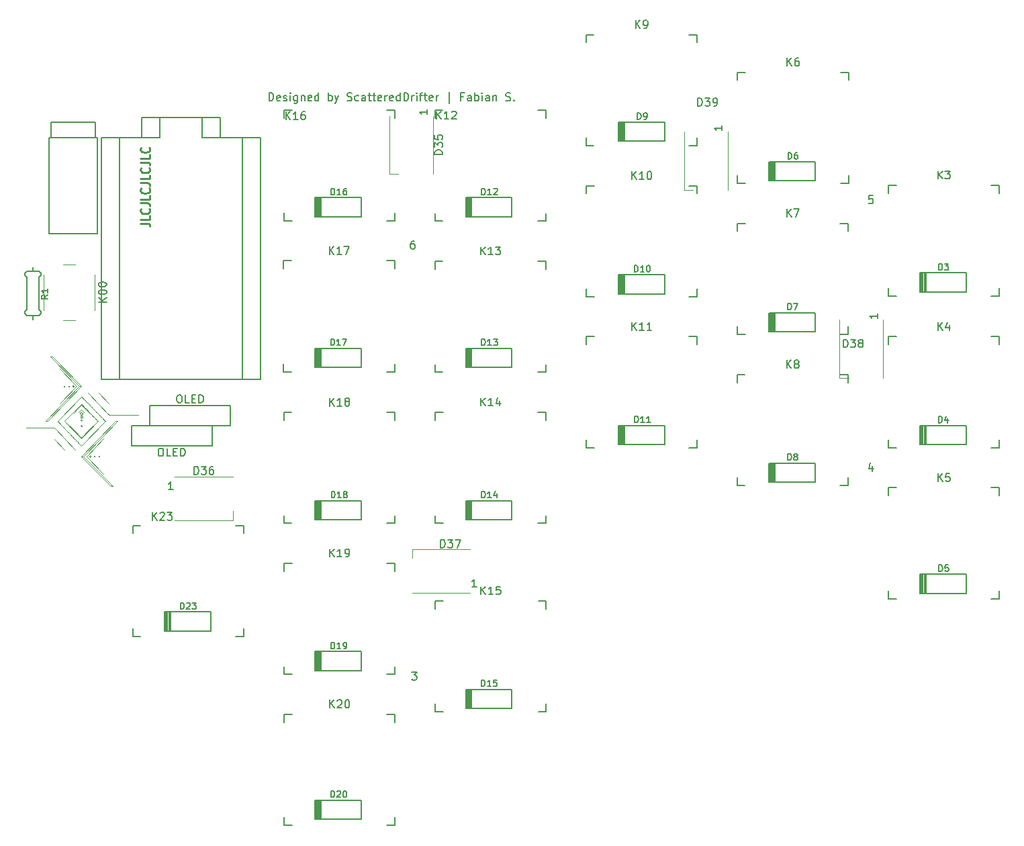
<source format=gbr>
%TF.GenerationSoftware,KiCad,Pcbnew,5.1.10*%
%TF.CreationDate,2021-06-14T18:04:53+02:00*%
%TF.ProjectId,scattered-bat-pcb,73636174-7465-4726-9564-2d6261742d70,rev?*%
%TF.SameCoordinates,Original*%
%TF.FileFunction,Legend,Top*%
%TF.FilePolarity,Positive*%
%FSLAX46Y46*%
G04 Gerber Fmt 4.6, Leading zero omitted, Abs format (unit mm)*
G04 Created by KiCad (PCBNEW 5.1.10) date 2021-06-14 18:04:53*
%MOMM*%
%LPD*%
G01*
G04 APERTURE LIST*
%ADD10C,0.048672*%
%ADD11C,0.250000*%
%ADD12C,0.150000*%
%ADD13C,0.120000*%
%ADD14C,0.200000*%
G04 APERTURE END LIST*
D10*
X51038508Y-89512706D02*
X51001691Y-89474676D01*
X51001691Y-89474676D02*
X50962413Y-89434102D01*
X50962413Y-89434102D02*
X50924056Y-89394481D01*
X50924056Y-89394481D02*
X50878265Y-89347180D01*
X50878265Y-89347180D02*
X50843692Y-89311468D01*
X50843692Y-89311468D02*
X50805943Y-89272473D01*
X50805943Y-89272473D02*
X50765067Y-89230251D01*
X50765067Y-89230251D02*
X50721118Y-89184852D01*
X50721118Y-89184852D02*
X50674144Y-89136330D01*
X50674144Y-89136330D02*
X50624198Y-89084737D01*
X50624198Y-89084737D02*
X50598127Y-89057806D01*
X46529217Y-91065831D02*
X46528531Y-91065123D01*
X48007140Y-88828676D02*
X48058396Y-88839604D01*
X48058396Y-88839604D02*
X48100637Y-88869923D01*
X48100637Y-88869923D02*
X48126701Y-88911198D01*
X48007138Y-88004842D02*
X47641230Y-88382815D01*
X48372985Y-88382751D02*
X48007138Y-88004842D01*
X48126701Y-88911198D02*
X48136524Y-88959419D01*
X48136524Y-88959419D02*
X48127410Y-89011711D01*
X48127410Y-89011711D02*
X48098648Y-89056879D01*
X46503582Y-90129832D02*
X46540916Y-90168396D01*
X46540916Y-90168396D02*
X46578139Y-90206847D01*
X46578139Y-90206847D02*
X46615235Y-90245166D01*
X46615235Y-90245166D02*
X46652190Y-90283339D01*
X46652190Y-90283339D02*
X46688987Y-90321349D01*
X46688987Y-90321349D02*
X46725611Y-90359181D01*
X46725611Y-90359181D02*
X46762048Y-90396819D01*
X46762048Y-90396819D02*
X46798280Y-90434246D01*
X46798280Y-90434246D02*
X46834294Y-90471448D01*
X46834294Y-90471448D02*
X46870074Y-90508407D01*
X46870074Y-90508407D02*
X46905603Y-90545108D01*
X46905603Y-90545108D02*
X46940868Y-90581535D01*
X46940868Y-90581535D02*
X46975852Y-90617673D01*
X46975852Y-90617673D02*
X47010540Y-90653504D01*
X47010540Y-90653504D02*
X47044917Y-90689014D01*
X47044917Y-90689014D02*
X47078967Y-90724187D01*
X47078967Y-90724187D02*
X47146025Y-90793456D01*
X47146025Y-90793456D02*
X47211591Y-90861183D01*
X47211591Y-90861183D02*
X47275542Y-90927243D01*
X47275542Y-90927243D02*
X47337754Y-90991506D01*
X47337754Y-90991506D02*
X47398105Y-91053847D01*
X47398105Y-91053847D02*
X47456470Y-91114137D01*
X47456470Y-91114137D02*
X47512728Y-91172249D01*
X47512728Y-91172249D02*
X47566755Y-91228057D01*
X48007136Y-87336892D02*
X45903460Y-89509925D01*
X49582706Y-93919457D02*
X49595337Y-93887959D01*
X49609328Y-93960612D02*
X49582706Y-93919457D01*
X45833606Y-85053431D02*
X45793626Y-85081026D01*
X46453117Y-85139288D02*
X46479739Y-85098132D01*
X46406121Y-85129631D02*
X46453117Y-85139288D01*
X48495094Y-87974543D02*
X48982592Y-88478113D01*
X48007138Y-87470500D02*
X47519684Y-87974024D01*
X48495094Y-87974543D02*
X48007138Y-87470500D01*
X48052892Y-90123172D02*
X48008080Y-90142742D01*
X48008080Y-90142742D02*
X47982380Y-90137661D01*
X48066918Y-90050335D02*
X48067272Y-90100590D01*
X48067272Y-90100590D02*
X48052892Y-90123172D01*
X45251089Y-82894138D02*
X47384734Y-85098132D01*
X47014749Y-85035024D02*
X46970589Y-85010614D01*
X46970589Y-85010614D02*
X46953655Y-85008884D01*
X47040055Y-85098132D02*
X47026690Y-85050450D01*
X47026690Y-85050450D02*
X47014749Y-85035024D01*
X46396774Y-85081086D02*
X46406121Y-85129631D01*
X46436615Y-85053587D02*
X46396774Y-85081086D01*
X47384734Y-85098132D02*
X45251294Y-87301916D01*
X46528531Y-91065123D02*
X46565865Y-91103687D01*
X46565865Y-91103687D02*
X46603088Y-91142137D01*
X46603088Y-91142137D02*
X46640184Y-91180457D01*
X46640184Y-91180457D02*
X46677139Y-91218630D01*
X46677139Y-91218630D02*
X46713936Y-91256640D01*
X46713936Y-91256640D02*
X46750560Y-91294472D01*
X46750560Y-91294472D02*
X46786997Y-91332110D01*
X46786997Y-91332110D02*
X46823229Y-91369537D01*
X46823229Y-91369537D02*
X46859243Y-91406738D01*
X46859243Y-91406738D02*
X46895023Y-91443697D01*
X46895023Y-91443697D02*
X46930552Y-91480398D01*
X46930552Y-91480398D02*
X46965817Y-91516826D01*
X46965817Y-91516826D02*
X47000801Y-91552963D01*
X47000801Y-91552963D02*
X47035489Y-91588795D01*
X47035489Y-91588795D02*
X47069866Y-91624305D01*
X47069866Y-91624305D02*
X47103916Y-91659478D01*
X47103916Y-91659478D02*
X47170974Y-91728746D01*
X47170974Y-91728746D02*
X47236540Y-91796474D01*
X47236540Y-91796474D02*
X47300491Y-91862533D01*
X47300491Y-91862533D02*
X47362703Y-91926797D01*
X47362703Y-91926797D02*
X47423054Y-91989137D01*
X47423054Y-91989137D02*
X47481419Y-92049428D01*
X47481419Y-92049428D02*
X47537677Y-92107540D01*
X47537677Y-92107540D02*
X47591704Y-92163348D01*
X46986719Y-85180588D02*
X47025493Y-85147716D01*
X47025493Y-85147716D02*
X47040055Y-85098132D01*
X46892561Y-85161241D02*
X46936799Y-85185666D01*
X46936799Y-85185666D02*
X46986719Y-85180588D01*
X47946333Y-89300097D02*
X47990285Y-89275801D01*
X47990285Y-89275801D02*
X48007140Y-89274079D01*
X47921145Y-89362909D02*
X47934446Y-89315450D01*
X47934446Y-89315450D02*
X47946333Y-89300097D01*
X49169884Y-93982565D02*
X49125646Y-94006990D01*
X49125646Y-94006990D02*
X49075726Y-94001912D01*
X49188613Y-93885303D02*
X49194085Y-93933678D01*
X49194085Y-93933678D02*
X49172149Y-93980134D01*
X49172149Y-93980134D02*
X49169884Y-93982565D01*
X48086588Y-89328915D02*
X48091481Y-89380238D01*
X48091481Y-89380238D02*
X48067947Y-89425721D01*
X47915632Y-88867829D02*
X47957616Y-88838851D01*
X47957616Y-88838851D02*
X48007140Y-88828676D01*
X47877729Y-88962354D02*
X47886407Y-88914224D01*
X47886407Y-88914224D02*
X47913388Y-88870205D01*
X47913388Y-88870205D02*
X47915632Y-88867829D01*
X47942437Y-90075912D02*
X47960266Y-90029840D01*
X47960266Y-90029840D02*
X47961388Y-90028652D01*
X47982380Y-90137661D02*
X47947726Y-90102384D01*
X47947726Y-90102384D02*
X47942437Y-90075912D01*
X48007136Y-91682957D02*
X50110812Y-89509925D01*
X49670431Y-89055025D02*
X49616404Y-88999217D01*
X49616404Y-88999217D02*
X49560147Y-88941104D01*
X49560147Y-88941104D02*
X49501781Y-88880814D01*
X49501781Y-88880814D02*
X49441430Y-88818474D01*
X49441430Y-88818474D02*
X49379218Y-88754210D01*
X49379218Y-88754210D02*
X49315267Y-88688151D01*
X49315267Y-88688151D02*
X49249701Y-88620423D01*
X49249701Y-88620423D02*
X49182643Y-88551154D01*
X49182643Y-88551154D02*
X49148593Y-88515982D01*
X49148593Y-88515982D02*
X49114217Y-88480472D01*
X49114217Y-88480472D02*
X49079529Y-88444640D01*
X49079529Y-88444640D02*
X49044545Y-88408502D01*
X49044545Y-88408502D02*
X49009280Y-88372075D01*
X49009280Y-88372075D02*
X48973750Y-88335374D01*
X48973750Y-88335374D02*
X48937971Y-88298415D01*
X48937971Y-88298415D02*
X48901957Y-88261214D01*
X48901957Y-88261214D02*
X48865724Y-88223786D01*
X48865724Y-88223786D02*
X48829288Y-88186149D01*
X48829288Y-88186149D02*
X48792663Y-88148317D01*
X48792663Y-88148317D02*
X48755866Y-88110307D01*
X48755866Y-88110307D02*
X48718912Y-88072134D01*
X48718912Y-88072134D02*
X48681815Y-88033814D01*
X48681815Y-88033814D02*
X48644592Y-87995364D01*
X48644592Y-87995364D02*
X48607259Y-87956800D01*
X51688054Y-97697273D02*
X51598383Y-97604640D01*
X51947422Y-97697547D02*
X51688054Y-97697273D01*
X51813028Y-97558724D02*
X51947422Y-97697547D01*
X48289884Y-93919422D02*
X51947422Y-97697541D01*
X48030858Y-93919422D02*
X52253198Y-89557871D01*
X51688054Y-97697191D02*
X48030858Y-93919422D01*
X45833606Y-85053431D02*
X45833606Y-85053431D01*
X48113885Y-88649535D02*
X48072967Y-88679608D01*
X48072967Y-88679608D02*
X48025765Y-88694016D01*
X48025765Y-88694016D02*
X47976320Y-88691929D01*
X47976320Y-88691929D02*
X47949370Y-88683337D01*
X48146608Y-88479597D02*
X48157847Y-88530154D01*
X48157847Y-88530154D02*
X48152670Y-88580714D01*
X48152670Y-88580714D02*
X48131883Y-88627103D01*
X48131883Y-88627103D02*
X48113885Y-88649535D01*
X48007140Y-88383335D02*
X48056659Y-88391956D01*
X48056659Y-88391956D02*
X48099899Y-88416245D01*
X48099899Y-88416245D02*
X48133432Y-88453835D01*
X48133432Y-88453835D02*
X48146608Y-88479597D01*
X47519684Y-87974024D02*
X47032055Y-88477734D01*
X49535640Y-87960290D02*
X49498305Y-87921725D01*
X49498305Y-87921725D02*
X49461082Y-87883275D01*
X49461082Y-87883275D02*
X49423986Y-87844955D01*
X49423986Y-87844955D02*
X49387031Y-87806782D01*
X49387031Y-87806782D02*
X49350234Y-87768772D01*
X49350234Y-87768772D02*
X49313610Y-87730940D01*
X49313610Y-87730940D02*
X49277173Y-87693303D01*
X49277173Y-87693303D02*
X49240940Y-87655875D01*
X49240940Y-87655875D02*
X49204927Y-87618674D01*
X49204927Y-87618674D02*
X49169147Y-87581715D01*
X49169147Y-87581715D02*
X49133617Y-87545014D01*
X49133617Y-87545014D02*
X49098353Y-87508587D01*
X49098353Y-87508587D02*
X49063368Y-87472449D01*
X49063368Y-87472449D02*
X49028680Y-87436617D01*
X49028680Y-87436617D02*
X48994304Y-87401107D01*
X48994304Y-87401107D02*
X48960254Y-87365935D01*
X48960254Y-87365935D02*
X48893196Y-87296666D01*
X48893196Y-87296666D02*
X48827630Y-87228938D01*
X48827630Y-87228938D02*
X48763679Y-87162879D01*
X48763679Y-87162879D02*
X48701466Y-87098615D01*
X48701466Y-87098615D02*
X48641115Y-87036275D01*
X48641115Y-87036275D02*
X48582750Y-86975985D01*
X48582750Y-86975985D02*
X48526492Y-86917872D01*
X48526492Y-86917872D02*
X48472466Y-86862065D01*
X48472466Y-86862065D02*
X48421052Y-86808956D01*
X48421052Y-86808956D02*
X48372586Y-86758892D01*
X48372586Y-86758892D02*
X48327118Y-86711925D01*
X48327118Y-86711925D02*
X48284699Y-86668108D01*
X48284699Y-86668108D02*
X48245381Y-86627493D01*
X48245381Y-86627493D02*
X48209213Y-86590133D01*
X48209213Y-86590133D02*
X48160982Y-86540311D01*
X48160982Y-86540311D02*
X48120128Y-86498111D01*
X48120128Y-86498111D02*
X48077430Y-86454005D01*
X48077430Y-86454005D02*
X48043554Y-86419012D01*
X48043554Y-86419012D02*
X48032085Y-86407165D01*
X46953655Y-85008884D02*
X46953655Y-85008884D01*
X46467108Y-85066634D02*
X46436615Y-85053587D01*
X46479739Y-85098132D02*
X46467108Y-85066634D01*
X45903460Y-89509925D02*
X45940275Y-89547954D01*
X45940275Y-89547954D02*
X45979554Y-89588528D01*
X45979554Y-89588528D02*
X46017911Y-89628149D01*
X46017911Y-89628149D02*
X46063702Y-89675450D01*
X46063702Y-89675450D02*
X46098274Y-89711162D01*
X46098274Y-89711162D02*
X46136024Y-89750156D01*
X46136024Y-89750156D02*
X46176899Y-89792379D01*
X46176899Y-89792379D02*
X46220849Y-89837778D01*
X46220849Y-89837778D02*
X46267823Y-89886300D01*
X46267823Y-89886300D02*
X46317769Y-89937892D01*
X46317769Y-89937892D02*
X46343841Y-89964824D01*
X46343841Y-89964824D02*
X46397867Y-90020631D01*
X46397867Y-90020631D02*
X46454124Y-90078743D01*
X46454124Y-90078743D02*
X46512490Y-90139034D01*
X46512490Y-90139034D02*
X46572841Y-90201374D01*
X46572841Y-90201374D02*
X46635053Y-90265638D01*
X46635053Y-90265638D02*
X46699004Y-90331697D01*
X46699004Y-90331697D02*
X46764570Y-90399425D01*
X46764570Y-90399425D02*
X46831628Y-90468694D01*
X46831628Y-90468694D02*
X46865678Y-90503866D01*
X46865678Y-90503866D02*
X46900054Y-90539376D01*
X46900054Y-90539376D02*
X46934743Y-90575208D01*
X46934743Y-90575208D02*
X46969727Y-90611346D01*
X46969727Y-90611346D02*
X47004991Y-90647773D01*
X47004991Y-90647773D02*
X47040521Y-90684474D01*
X47040521Y-90684474D02*
X47076301Y-90721433D01*
X47076301Y-90721433D02*
X47112315Y-90758634D01*
X47112315Y-90758634D02*
X47148547Y-90796062D01*
X47148547Y-90796062D02*
X47184984Y-90833700D01*
X47184984Y-90833700D02*
X47221608Y-90871532D01*
X47221608Y-90871532D02*
X47258405Y-90909542D01*
X47258405Y-90909542D02*
X47295360Y-90947715D01*
X47295360Y-90947715D02*
X47332456Y-90986034D01*
X47332456Y-90986034D02*
X47369679Y-91024485D01*
X47369679Y-91024485D02*
X47407014Y-91063050D01*
X48032085Y-86407165D02*
X45025663Y-89512706D01*
X47407014Y-91063050D02*
X46503582Y-90129832D01*
X50110812Y-89509925D02*
X50073996Y-89471895D01*
X50073996Y-89471895D02*
X50034717Y-89431321D01*
X50034717Y-89431321D02*
X49996361Y-89391700D01*
X49996361Y-89391700D02*
X49950569Y-89344399D01*
X49950569Y-89344399D02*
X49915997Y-89308686D01*
X49915997Y-89308686D02*
X49878247Y-89269692D01*
X49878247Y-89269692D02*
X49837372Y-89227469D01*
X49837372Y-89227469D02*
X49793422Y-89182070D01*
X49793422Y-89182070D02*
X49746448Y-89133548D01*
X49746448Y-89133548D02*
X49696502Y-89081956D01*
X49696502Y-89081956D02*
X49670431Y-89055025D01*
X50198240Y-93887849D02*
X50228839Y-93874756D01*
X50185565Y-93919457D02*
X50198240Y-93887849D01*
X49108790Y-93830208D02*
X49156791Y-93845249D01*
X49156791Y-93845249D02*
X49188613Y-93885303D01*
X44578286Y-90352645D02*
X44745159Y-90525020D01*
X41015854Y-90352645D02*
X44578286Y-90352645D01*
X48030859Y-85098105D02*
X43802252Y-89466124D01*
X44373534Y-81320202D02*
X48030859Y-85098105D01*
X44115116Y-81320380D02*
X44373534Y-81320202D01*
X44203355Y-81411527D02*
X44115116Y-81320380D01*
X47772226Y-85098066D02*
X43540000Y-89470000D01*
X44115115Y-81320386D02*
X47772226Y-85098066D01*
X48007136Y-87336892D02*
X48007136Y-87336892D01*
X48607259Y-87956800D02*
X49510691Y-88890017D01*
X48098648Y-89056879D02*
X48054922Y-89086589D01*
X48054922Y-89086589D02*
X48004299Y-89096004D01*
X48004299Y-89096004D02*
X47957616Y-89085856D01*
X47900395Y-88429007D02*
X47942637Y-88398286D01*
X47942637Y-88398286D02*
X47992219Y-88384098D01*
X47992219Y-88384098D02*
X48007140Y-88383335D01*
X47856181Y-88539271D02*
X47863820Y-88490290D01*
X47863820Y-88490290D02*
X47885802Y-88446498D01*
X47885802Y-88446498D02*
X47900395Y-88429007D01*
X49108790Y-93830208D02*
X49108790Y-93830208D01*
X49595337Y-93887959D02*
X49625830Y-93874912D01*
X44578286Y-90352645D02*
X41015854Y-90352645D01*
X51489218Y-88670007D02*
X51352393Y-88528671D01*
X55223356Y-88670007D02*
X51489218Y-88670007D01*
X44578288Y-91777350D02*
X45839508Y-93080698D01*
X44578288Y-90352623D02*
X47218922Y-93080698D01*
X48007140Y-90009076D02*
X48052223Y-90027968D01*
X48052223Y-90027968D02*
X48066918Y-90050335D01*
X48007140Y-88828676D02*
X48007140Y-88828676D01*
X47566755Y-91228057D02*
X47618168Y-91281165D01*
X47618168Y-91281165D02*
X47666634Y-91331229D01*
X47666634Y-91331229D02*
X47712102Y-91378196D01*
X47712102Y-91378196D02*
X47754521Y-91422013D01*
X47754521Y-91422013D02*
X47793840Y-91462628D01*
X47793840Y-91462628D02*
X47830007Y-91499988D01*
X47830007Y-91499988D02*
X47878238Y-91549810D01*
X47878238Y-91549810D02*
X47919092Y-91592010D01*
X47919092Y-91592010D02*
X47961790Y-91636116D01*
X47961790Y-91636116D02*
X47995666Y-91671109D01*
X47995666Y-91671109D02*
X48007136Y-91682957D01*
X52300762Y-89508763D02*
X52253197Y-89557896D01*
X52565919Y-89503381D02*
X52300762Y-89508763D01*
X52479427Y-89592726D02*
X52565919Y-89503381D01*
X48003286Y-91545132D02*
X48015251Y-91557487D01*
X48007138Y-91549197D02*
X49435076Y-90074183D01*
X48032085Y-86407165D02*
X48032085Y-86407165D01*
X49534953Y-87959581D02*
X49535640Y-87960290D01*
X50212279Y-93960755D02*
X50185565Y-93919457D01*
X50259438Y-93951065D02*
X50212279Y-93960755D01*
X46436615Y-85053587D02*
X46436615Y-85053587D01*
X45864205Y-85066524D02*
X45833606Y-85053431D01*
X45876880Y-85098132D02*
X45864205Y-85066524D01*
X47957616Y-89085856D02*
X47914310Y-89055497D01*
X47914310Y-89055497D02*
X47886517Y-89010789D01*
X47886517Y-89010789D02*
X47877729Y-88962354D01*
X49022390Y-93919457D02*
X49035754Y-93871774D01*
X49035754Y-93871774D02*
X49047696Y-93856348D01*
X49075726Y-94001912D02*
X49036951Y-93969040D01*
X49036951Y-93969040D02*
X49022390Y-93919457D01*
X49625830Y-93874912D02*
X49665671Y-93902410D01*
X48677711Y-93919457D02*
X50811151Y-96123240D01*
X50811356Y-91715462D02*
X48677711Y-93919457D01*
X49047696Y-93856348D02*
X49091855Y-93831938D01*
X49091855Y-93831938D02*
X49108790Y-93830208D01*
X47949370Y-88683337D02*
X47906814Y-88655796D01*
X47906814Y-88655796D02*
X47875864Y-88616264D01*
X47875864Y-88616264D02*
X47858809Y-88568279D01*
X47858809Y-88568279D02*
X47856181Y-88539271D01*
X50268819Y-93902350D02*
X50259438Y-93951065D01*
X50228839Y-93874756D02*
X50268819Y-93902350D01*
X47591704Y-92163348D02*
X47643117Y-92216456D01*
X47643117Y-92216456D02*
X47691583Y-92266520D01*
X47691583Y-92266520D02*
X47737051Y-92313487D01*
X47737051Y-92313487D02*
X47779470Y-92357304D01*
X47779470Y-92357304D02*
X47818789Y-92397919D01*
X47818789Y-92397919D02*
X47854956Y-92435279D01*
X47854956Y-92435279D02*
X47903187Y-92485101D01*
X47903187Y-92485101D02*
X47944041Y-92527301D01*
X47944041Y-92527301D02*
X47986739Y-92571407D01*
X47986739Y-92571407D02*
X48020615Y-92606400D01*
X48020615Y-92606400D02*
X48032085Y-92618248D01*
X48447517Y-87791791D02*
X48396103Y-87738682D01*
X48396103Y-87738682D02*
X48347637Y-87688619D01*
X48347637Y-87688619D02*
X48302169Y-87641652D01*
X48302169Y-87641652D02*
X48259750Y-87597834D01*
X48259750Y-87597834D02*
X48220432Y-87557219D01*
X48220432Y-87557219D02*
X48184264Y-87519859D01*
X48184264Y-87519859D02*
X48136033Y-87470038D01*
X48136033Y-87470038D02*
X48095179Y-87427838D01*
X48095179Y-87427838D02*
X48052481Y-87383732D01*
X48052481Y-87383732D02*
X48018605Y-87348739D01*
X48018605Y-87348739D02*
X48007136Y-87336892D01*
X49510691Y-88890017D02*
X49473356Y-88851452D01*
X49473356Y-88851452D02*
X49436133Y-88813002D01*
X49436133Y-88813002D02*
X49399037Y-88774682D01*
X49399037Y-88774682D02*
X49362082Y-88736509D01*
X49362082Y-88736509D02*
X49325285Y-88698499D01*
X49325285Y-88698499D02*
X49288661Y-88660667D01*
X49288661Y-88660667D02*
X49252224Y-88623029D01*
X49252224Y-88623029D02*
X49215991Y-88585602D01*
X49215991Y-88585602D02*
X49179978Y-88548401D01*
X49179978Y-88548401D02*
X49144198Y-88511442D01*
X49144198Y-88511442D02*
X49108668Y-88474740D01*
X49108668Y-88474740D02*
X49073404Y-88438313D01*
X49073404Y-88438313D02*
X49038419Y-88402176D01*
X49038419Y-88402176D02*
X49003731Y-88366344D01*
X49003731Y-88366344D02*
X48969355Y-88330834D01*
X48969355Y-88330834D02*
X48935305Y-88295661D01*
X48935305Y-88295661D02*
X48868247Y-88226392D01*
X48868247Y-88226392D02*
X48802681Y-88158665D01*
X48802681Y-88158665D02*
X48738730Y-88092605D01*
X48738730Y-88092605D02*
X48676517Y-88028342D01*
X48676517Y-88028342D02*
X48616166Y-87966001D01*
X48616166Y-87966001D02*
X48557801Y-87905711D01*
X48557801Y-87905711D02*
X48501543Y-87847598D01*
X48501543Y-87847598D02*
X48447517Y-87791791D01*
X47974231Y-89444977D02*
X47935637Y-89412259D01*
X47935637Y-89412259D02*
X47921145Y-89362909D01*
X48067947Y-89425721D02*
X48023916Y-89450031D01*
X48023916Y-89450031D02*
X47974231Y-89444977D01*
X46873832Y-85063979D02*
X46868359Y-85112354D01*
X46868359Y-85112354D02*
X46890295Y-85158810D01*
X46890295Y-85158810D02*
X46892561Y-85161241D01*
X46953655Y-85008884D02*
X46905653Y-85023925D01*
X46905653Y-85023925D02*
X46873832Y-85063979D01*
X50228839Y-93874756D02*
X50228839Y-93874756D01*
X49625830Y-93874912D02*
X49625830Y-93874912D01*
X48007138Y-91549197D02*
X46580062Y-90075072D01*
X48007140Y-90009076D02*
X48007140Y-90009076D01*
X48007140Y-89274079D02*
X48007140Y-89274079D01*
X47961388Y-90028652D02*
X48007140Y-90009076D01*
X48007140Y-89274079D02*
X48054916Y-89289049D01*
X48054916Y-89289049D02*
X48086588Y-89328915D01*
X48007140Y-88383335D02*
X48007140Y-88383335D01*
X49656324Y-93950955D02*
X49609328Y-93960612D01*
X49665671Y-93902410D02*
X49656324Y-93950955D01*
X45850166Y-85139431D02*
X45876880Y-85098132D01*
X45803007Y-85129741D02*
X45850166Y-85139431D01*
X45793626Y-85081026D02*
X45803007Y-85129741D01*
X48032085Y-92618248D02*
X51038508Y-89512706D01*
X50598127Y-89057806D02*
X50544100Y-89001998D01*
X50544100Y-89001998D02*
X50487842Y-88943886D01*
X50487842Y-88943886D02*
X50429476Y-88883596D01*
X50429476Y-88883596D02*
X50369126Y-88821255D01*
X50369126Y-88821255D02*
X50306913Y-88756992D01*
X50306913Y-88756992D02*
X50242962Y-88690932D01*
X50242962Y-88690932D02*
X50177396Y-88623205D01*
X50177396Y-88623205D02*
X50110338Y-88553936D01*
X50110338Y-88553936D02*
X50076288Y-88518763D01*
X50076288Y-88518763D02*
X50041911Y-88483253D01*
X50041911Y-88483253D02*
X50007223Y-88447422D01*
X50007223Y-88447422D02*
X49972239Y-88411284D01*
X49972239Y-88411284D02*
X49936974Y-88374857D01*
X49936974Y-88374857D02*
X49901445Y-88338156D01*
X49901445Y-88338156D02*
X49865665Y-88301197D01*
X49865665Y-88301197D02*
X49829651Y-88263995D01*
X49829651Y-88263995D02*
X49793418Y-88226568D01*
X49793418Y-88226568D02*
X49756982Y-88188930D01*
X49756982Y-88188930D02*
X49720357Y-88151098D01*
X49720357Y-88151098D02*
X49683560Y-88113088D01*
X49683560Y-88113088D02*
X49646606Y-88074915D01*
X49646606Y-88074915D02*
X49609509Y-88036596D01*
X49609509Y-88036596D02*
X49572286Y-87998145D01*
X49572286Y-87998145D02*
X49534953Y-87959581D01*
X48030858Y-93919422D02*
X48289884Y-93919422D01*
X52565917Y-89503381D02*
X48283769Y-93921942D01*
X48030858Y-85098066D02*
X47772226Y-85098066D01*
X45025663Y-89512706D02*
X45062479Y-89550735D01*
X45062479Y-89550735D02*
X45101757Y-89591309D01*
X45101757Y-89591309D02*
X45140114Y-89630930D01*
X45140114Y-89630930D02*
X45185905Y-89678231D01*
X45185905Y-89678231D02*
X45220478Y-89713944D01*
X45220478Y-89713944D02*
X45258227Y-89752938D01*
X45258227Y-89752938D02*
X45299103Y-89795161D01*
X45299103Y-89795161D02*
X45343052Y-89840560D01*
X45343052Y-89840560D02*
X45390026Y-89889082D01*
X45390026Y-89889082D02*
X45439972Y-89940674D01*
X45439972Y-89940674D02*
X45466044Y-89967606D01*
X45466044Y-89967606D02*
X45520070Y-90023413D01*
X45520070Y-90023413D02*
X45576328Y-90081526D01*
X45576328Y-90081526D02*
X45634693Y-90141816D01*
X45634693Y-90141816D02*
X45695044Y-90204156D01*
X45695044Y-90204156D02*
X45757257Y-90268420D01*
X45757257Y-90268420D02*
X45821207Y-90334479D01*
X45821207Y-90334479D02*
X45886774Y-90402207D01*
X45886774Y-90402207D02*
X45953832Y-90471476D01*
X45953832Y-90471476D02*
X45987881Y-90506648D01*
X45987881Y-90506648D02*
X46022258Y-90542158D01*
X46022258Y-90542158D02*
X46056946Y-90577990D01*
X46056946Y-90577990D02*
X46091930Y-90614128D01*
X46091930Y-90614128D02*
X46127195Y-90650555D01*
X46127195Y-90650555D02*
X46162725Y-90687256D01*
X46162725Y-90687256D02*
X46198504Y-90724215D01*
X46198504Y-90724215D02*
X46234518Y-90761416D01*
X46234518Y-90761416D02*
X46270751Y-90798844D01*
X46270751Y-90798844D02*
X46307187Y-90836481D01*
X46307187Y-90836481D02*
X46343812Y-90874313D01*
X46343812Y-90874313D02*
X46380609Y-90912323D01*
X46380609Y-90912323D02*
X46417563Y-90950496D01*
X46417563Y-90950496D02*
X46454660Y-90988816D01*
X46454660Y-90988816D02*
X46491883Y-91027266D01*
X46491883Y-91027266D02*
X46529217Y-91065831D01*
X51489227Y-87245295D02*
X50228007Y-85941947D01*
X51489227Y-88670022D02*
X48848593Y-85941947D01*
X43760946Y-89508742D02*
X43802240Y-89466084D01*
X43502482Y-89508742D02*
X43760946Y-89508742D01*
X43540000Y-89470000D02*
X43502482Y-89508742D01*
D11*
X55452857Y-64559047D02*
X56310000Y-64559047D01*
X56481428Y-64606666D01*
X56595714Y-64701904D01*
X56652857Y-64844761D01*
X56652857Y-64940000D01*
X56652857Y-63606666D02*
X56652857Y-64082857D01*
X55452857Y-64082857D01*
X56538571Y-62701904D02*
X56595714Y-62749523D01*
X56652857Y-62892380D01*
X56652857Y-62987619D01*
X56595714Y-63130476D01*
X56481428Y-63225714D01*
X56367142Y-63273333D01*
X56138571Y-63320952D01*
X55967142Y-63320952D01*
X55738571Y-63273333D01*
X55624285Y-63225714D01*
X55510000Y-63130476D01*
X55452857Y-62987619D01*
X55452857Y-62892380D01*
X55510000Y-62749523D01*
X55567142Y-62701904D01*
X55452857Y-61987619D02*
X56310000Y-61987619D01*
X56481428Y-62035238D01*
X56595714Y-62130476D01*
X56652857Y-62273333D01*
X56652857Y-62368571D01*
X56652857Y-61035238D02*
X56652857Y-61511428D01*
X55452857Y-61511428D01*
X56538571Y-60130476D02*
X56595714Y-60178095D01*
X56652857Y-60320952D01*
X56652857Y-60416190D01*
X56595714Y-60559047D01*
X56481428Y-60654285D01*
X56367142Y-60701904D01*
X56138571Y-60749523D01*
X55967142Y-60749523D01*
X55738571Y-60701904D01*
X55624285Y-60654285D01*
X55510000Y-60559047D01*
X55452857Y-60416190D01*
X55452857Y-60320952D01*
X55510000Y-60178095D01*
X55567142Y-60130476D01*
X55452857Y-59416190D02*
X56310000Y-59416190D01*
X56481428Y-59463809D01*
X56595714Y-59559047D01*
X56652857Y-59701904D01*
X56652857Y-59797142D01*
X56652857Y-58463809D02*
X56652857Y-58940000D01*
X55452857Y-58940000D01*
X56538571Y-57559047D02*
X56595714Y-57606666D01*
X56652857Y-57749523D01*
X56652857Y-57844761D01*
X56595714Y-57987619D01*
X56481428Y-58082857D01*
X56367142Y-58130476D01*
X56138571Y-58178095D01*
X55967142Y-58178095D01*
X55738571Y-58130476D01*
X55624285Y-58082857D01*
X55510000Y-57987619D01*
X55452857Y-57844761D01*
X55452857Y-57749523D01*
X55510000Y-57606666D01*
X55567142Y-57559047D01*
X55452857Y-56844761D02*
X56310000Y-56844761D01*
X56481428Y-56892380D01*
X56595714Y-56987619D01*
X56652857Y-57130476D01*
X56652857Y-57225714D01*
X56652857Y-55892380D02*
X56652857Y-56368571D01*
X55452857Y-56368571D01*
X56538571Y-54987619D02*
X56595714Y-55035238D01*
X56652857Y-55178095D01*
X56652857Y-55273333D01*
X56595714Y-55416190D01*
X56481428Y-55511428D01*
X56367142Y-55559047D01*
X56138571Y-55606666D01*
X55967142Y-55606666D01*
X55738571Y-55559047D01*
X55624285Y-55511428D01*
X55510000Y-55416190D01*
X55452857Y-55273333D01*
X55452857Y-55178095D01*
X55510000Y-55035238D01*
X55567142Y-54987619D01*
D12*
X71681428Y-49092380D02*
X71681428Y-48092380D01*
X71919523Y-48092380D01*
X72062380Y-48140000D01*
X72157619Y-48235238D01*
X72205238Y-48330476D01*
X72252857Y-48520952D01*
X72252857Y-48663809D01*
X72205238Y-48854285D01*
X72157619Y-48949523D01*
X72062380Y-49044761D01*
X71919523Y-49092380D01*
X71681428Y-49092380D01*
X73062380Y-49044761D02*
X72967142Y-49092380D01*
X72776666Y-49092380D01*
X72681428Y-49044761D01*
X72633809Y-48949523D01*
X72633809Y-48568571D01*
X72681428Y-48473333D01*
X72776666Y-48425714D01*
X72967142Y-48425714D01*
X73062380Y-48473333D01*
X73110000Y-48568571D01*
X73110000Y-48663809D01*
X72633809Y-48759047D01*
X73490952Y-49044761D02*
X73586190Y-49092380D01*
X73776666Y-49092380D01*
X73871904Y-49044761D01*
X73919523Y-48949523D01*
X73919523Y-48901904D01*
X73871904Y-48806666D01*
X73776666Y-48759047D01*
X73633809Y-48759047D01*
X73538571Y-48711428D01*
X73490952Y-48616190D01*
X73490952Y-48568571D01*
X73538571Y-48473333D01*
X73633809Y-48425714D01*
X73776666Y-48425714D01*
X73871904Y-48473333D01*
X74348095Y-49092380D02*
X74348095Y-48425714D01*
X74348095Y-48092380D02*
X74300476Y-48140000D01*
X74348095Y-48187619D01*
X74395714Y-48140000D01*
X74348095Y-48092380D01*
X74348095Y-48187619D01*
X75252857Y-48425714D02*
X75252857Y-49235238D01*
X75205238Y-49330476D01*
X75157619Y-49378095D01*
X75062380Y-49425714D01*
X74919523Y-49425714D01*
X74824285Y-49378095D01*
X75252857Y-49044761D02*
X75157619Y-49092380D01*
X74967142Y-49092380D01*
X74871904Y-49044761D01*
X74824285Y-48997142D01*
X74776666Y-48901904D01*
X74776666Y-48616190D01*
X74824285Y-48520952D01*
X74871904Y-48473333D01*
X74967142Y-48425714D01*
X75157619Y-48425714D01*
X75252857Y-48473333D01*
X75729047Y-48425714D02*
X75729047Y-49092380D01*
X75729047Y-48520952D02*
X75776666Y-48473333D01*
X75871904Y-48425714D01*
X76014761Y-48425714D01*
X76110000Y-48473333D01*
X76157619Y-48568571D01*
X76157619Y-49092380D01*
X77014761Y-49044761D02*
X76919523Y-49092380D01*
X76729047Y-49092380D01*
X76633809Y-49044761D01*
X76586190Y-48949523D01*
X76586190Y-48568571D01*
X76633809Y-48473333D01*
X76729047Y-48425714D01*
X76919523Y-48425714D01*
X77014761Y-48473333D01*
X77062380Y-48568571D01*
X77062380Y-48663809D01*
X76586190Y-48759047D01*
X77919523Y-49092380D02*
X77919523Y-48092380D01*
X77919523Y-49044761D02*
X77824285Y-49092380D01*
X77633809Y-49092380D01*
X77538571Y-49044761D01*
X77490952Y-48997142D01*
X77443333Y-48901904D01*
X77443333Y-48616190D01*
X77490952Y-48520952D01*
X77538571Y-48473333D01*
X77633809Y-48425714D01*
X77824285Y-48425714D01*
X77919523Y-48473333D01*
X79157619Y-49092380D02*
X79157619Y-48092380D01*
X79157619Y-48473333D02*
X79252857Y-48425714D01*
X79443333Y-48425714D01*
X79538571Y-48473333D01*
X79586190Y-48520952D01*
X79633809Y-48616190D01*
X79633809Y-48901904D01*
X79586190Y-48997142D01*
X79538571Y-49044761D01*
X79443333Y-49092380D01*
X79252857Y-49092380D01*
X79157619Y-49044761D01*
X79967142Y-48425714D02*
X80205238Y-49092380D01*
X80443333Y-48425714D02*
X80205238Y-49092380D01*
X80110000Y-49330476D01*
X80062380Y-49378095D01*
X79967142Y-49425714D01*
X81538571Y-49044761D02*
X81681428Y-49092380D01*
X81919523Y-49092380D01*
X82014761Y-49044761D01*
X82062380Y-48997142D01*
X82110000Y-48901904D01*
X82110000Y-48806666D01*
X82062380Y-48711428D01*
X82014761Y-48663809D01*
X81919523Y-48616190D01*
X81729047Y-48568571D01*
X81633809Y-48520952D01*
X81586190Y-48473333D01*
X81538571Y-48378095D01*
X81538571Y-48282857D01*
X81586190Y-48187619D01*
X81633809Y-48140000D01*
X81729047Y-48092380D01*
X81967142Y-48092380D01*
X82110000Y-48140000D01*
X82967142Y-49044761D02*
X82871904Y-49092380D01*
X82681428Y-49092380D01*
X82586190Y-49044761D01*
X82538571Y-48997142D01*
X82490952Y-48901904D01*
X82490952Y-48616190D01*
X82538571Y-48520952D01*
X82586190Y-48473333D01*
X82681428Y-48425714D01*
X82871904Y-48425714D01*
X82967142Y-48473333D01*
X83824285Y-49092380D02*
X83824285Y-48568571D01*
X83776666Y-48473333D01*
X83681428Y-48425714D01*
X83490952Y-48425714D01*
X83395714Y-48473333D01*
X83824285Y-49044761D02*
X83729047Y-49092380D01*
X83490952Y-49092380D01*
X83395714Y-49044761D01*
X83348095Y-48949523D01*
X83348095Y-48854285D01*
X83395714Y-48759047D01*
X83490952Y-48711428D01*
X83729047Y-48711428D01*
X83824285Y-48663809D01*
X84157619Y-48425714D02*
X84538571Y-48425714D01*
X84300476Y-48092380D02*
X84300476Y-48949523D01*
X84348095Y-49044761D01*
X84443333Y-49092380D01*
X84538571Y-49092380D01*
X84729047Y-48425714D02*
X85110000Y-48425714D01*
X84871904Y-48092380D02*
X84871904Y-48949523D01*
X84919523Y-49044761D01*
X85014761Y-49092380D01*
X85110000Y-49092380D01*
X85824285Y-49044761D02*
X85729047Y-49092380D01*
X85538571Y-49092380D01*
X85443333Y-49044761D01*
X85395714Y-48949523D01*
X85395714Y-48568571D01*
X85443333Y-48473333D01*
X85538571Y-48425714D01*
X85729047Y-48425714D01*
X85824285Y-48473333D01*
X85871904Y-48568571D01*
X85871904Y-48663809D01*
X85395714Y-48759047D01*
X86300476Y-49092380D02*
X86300476Y-48425714D01*
X86300476Y-48616190D02*
X86348095Y-48520952D01*
X86395714Y-48473333D01*
X86490952Y-48425714D01*
X86586190Y-48425714D01*
X87300476Y-49044761D02*
X87205238Y-49092380D01*
X87014761Y-49092380D01*
X86919523Y-49044761D01*
X86871904Y-48949523D01*
X86871904Y-48568571D01*
X86919523Y-48473333D01*
X87014761Y-48425714D01*
X87205238Y-48425714D01*
X87300476Y-48473333D01*
X87348095Y-48568571D01*
X87348095Y-48663809D01*
X86871904Y-48759047D01*
X88205238Y-49092380D02*
X88205238Y-48092380D01*
X88205238Y-49044761D02*
X88109999Y-49092380D01*
X87919523Y-49092380D01*
X87824285Y-49044761D01*
X87776666Y-48997142D01*
X87729047Y-48901904D01*
X87729047Y-48616190D01*
X87776666Y-48520952D01*
X87824285Y-48473333D01*
X87919523Y-48425714D01*
X88109999Y-48425714D01*
X88205238Y-48473333D01*
X88681428Y-49092380D02*
X88681428Y-48092380D01*
X88919523Y-48092380D01*
X89062380Y-48140000D01*
X89157619Y-48235238D01*
X89205238Y-48330476D01*
X89252857Y-48520952D01*
X89252857Y-48663809D01*
X89205238Y-48854285D01*
X89157619Y-48949523D01*
X89062380Y-49044761D01*
X88919523Y-49092380D01*
X88681428Y-49092380D01*
X89681428Y-49092380D02*
X89681428Y-48425714D01*
X89681428Y-48616190D02*
X89729047Y-48520952D01*
X89776666Y-48473333D01*
X89871904Y-48425714D01*
X89967142Y-48425714D01*
X90300476Y-49092380D02*
X90300476Y-48425714D01*
X90300476Y-48092380D02*
X90252857Y-48140000D01*
X90300476Y-48187619D01*
X90348095Y-48140000D01*
X90300476Y-48092380D01*
X90300476Y-48187619D01*
X90633809Y-48425714D02*
X91014761Y-48425714D01*
X90776666Y-49092380D02*
X90776666Y-48235238D01*
X90824285Y-48140000D01*
X90919523Y-48092380D01*
X91014761Y-48092380D01*
X91205238Y-48425714D02*
X91586190Y-48425714D01*
X91348095Y-48092380D02*
X91348095Y-48949523D01*
X91395714Y-49044761D01*
X91490952Y-49092380D01*
X91586190Y-49092380D01*
X92300476Y-49044761D02*
X92205238Y-49092380D01*
X92014761Y-49092380D01*
X91919523Y-49044761D01*
X91871904Y-48949523D01*
X91871904Y-48568571D01*
X91919523Y-48473333D01*
X92014761Y-48425714D01*
X92205238Y-48425714D01*
X92300476Y-48473333D01*
X92348095Y-48568571D01*
X92348095Y-48663809D01*
X91871904Y-48759047D01*
X92776666Y-49092380D02*
X92776666Y-48425714D01*
X92776666Y-48616190D02*
X92824285Y-48520952D01*
X92871904Y-48473333D01*
X92967142Y-48425714D01*
X93062380Y-48425714D01*
X94395714Y-49425714D02*
X94395714Y-47997142D01*
X96205238Y-48568571D02*
X95871904Y-48568571D01*
X95871904Y-49092380D02*
X95871904Y-48092380D01*
X96348095Y-48092380D01*
X97157619Y-49092380D02*
X97157619Y-48568571D01*
X97110000Y-48473333D01*
X97014761Y-48425714D01*
X96824285Y-48425714D01*
X96729047Y-48473333D01*
X97157619Y-49044761D02*
X97062380Y-49092380D01*
X96824285Y-49092380D01*
X96729047Y-49044761D01*
X96681428Y-48949523D01*
X96681428Y-48854285D01*
X96729047Y-48759047D01*
X96824285Y-48711428D01*
X97062380Y-48711428D01*
X97157619Y-48663809D01*
X97633809Y-49092380D02*
X97633809Y-48092380D01*
X97633809Y-48473333D02*
X97729047Y-48425714D01*
X97919523Y-48425714D01*
X98014761Y-48473333D01*
X98062380Y-48520952D01*
X98109999Y-48616190D01*
X98109999Y-48901904D01*
X98062380Y-48997142D01*
X98014761Y-49044761D01*
X97919523Y-49092380D01*
X97729047Y-49092380D01*
X97633809Y-49044761D01*
X98538571Y-49092380D02*
X98538571Y-48425714D01*
X98538571Y-48092380D02*
X98490952Y-48140000D01*
X98538571Y-48187619D01*
X98586190Y-48140000D01*
X98538571Y-48092380D01*
X98538571Y-48187619D01*
X99443333Y-49092380D02*
X99443333Y-48568571D01*
X99395714Y-48473333D01*
X99300476Y-48425714D01*
X99109999Y-48425714D01*
X99014761Y-48473333D01*
X99443333Y-49044761D02*
X99348095Y-49092380D01*
X99109999Y-49092380D01*
X99014761Y-49044761D01*
X98967142Y-48949523D01*
X98967142Y-48854285D01*
X99014761Y-48759047D01*
X99109999Y-48711428D01*
X99348095Y-48711428D01*
X99443333Y-48663809D01*
X99919523Y-48425714D02*
X99919523Y-49092380D01*
X99919523Y-48520952D02*
X99967142Y-48473333D01*
X100062380Y-48425714D01*
X100205238Y-48425714D01*
X100300476Y-48473333D01*
X100348095Y-48568571D01*
X100348095Y-49092380D01*
X101538571Y-49044761D02*
X101681428Y-49092380D01*
X101919523Y-49092380D01*
X102014761Y-49044761D01*
X102062380Y-48997142D01*
X102109999Y-48901904D01*
X102109999Y-48806666D01*
X102062380Y-48711428D01*
X102014761Y-48663809D01*
X101919523Y-48616190D01*
X101729047Y-48568571D01*
X101633809Y-48520952D01*
X101586190Y-48473333D01*
X101538571Y-48378095D01*
X101538571Y-48282857D01*
X101586190Y-48187619D01*
X101633809Y-48140000D01*
X101729047Y-48092380D01*
X101967142Y-48092380D01*
X102109999Y-48140000D01*
X102538571Y-48997142D02*
X102586190Y-49044761D01*
X102538571Y-49092380D01*
X102490952Y-49044761D01*
X102538571Y-48997142D01*
X102538571Y-49092380D01*
%TO.C,U1*%
X70610000Y-84230000D02*
X52830000Y-84230000D01*
X70610000Y-53750000D02*
X70610000Y-84230000D01*
X65530000Y-53750000D02*
X70610000Y-53750000D01*
X65530000Y-51210000D02*
X65530000Y-53750000D01*
X57910000Y-51210000D02*
X65530000Y-51210000D01*
X57910000Y-53750000D02*
X57910000Y-51210000D01*
X52830000Y-53750000D02*
X57910000Y-53750000D01*
X52830000Y-53750000D02*
X52830000Y-84230000D01*
%TO.C,Brd1*%
X54370000Y-92630000D02*
X64530000Y-92630000D01*
X64530000Y-92630000D02*
X64530000Y-90090000D01*
X64530000Y-90090000D02*
X54370000Y-90090000D01*
X54370000Y-90090000D02*
X54370000Y-92630000D01*
%TO.C,K17*%
X73500000Y-70250000D02*
X73500000Y-69250000D01*
X73500000Y-83250000D02*
X73500000Y-82250000D01*
X87500000Y-69250000D02*
X87500000Y-70250000D01*
X86500000Y-69250000D02*
X87500000Y-69250000D01*
X87500000Y-83250000D02*
X86500000Y-83250000D01*
X87500000Y-82250000D02*
X87500000Y-83250000D01*
X74500000Y-83250000D02*
X73500000Y-83250000D01*
X73500000Y-69250000D02*
X74500000Y-69250000D01*
%TO.C,U1*%
X50520000Y-53770000D02*
X50520000Y-84250000D01*
X55600000Y-53770000D02*
X50520000Y-53770000D01*
X55600000Y-51230000D02*
X55600000Y-53770000D01*
X63220000Y-51230000D02*
X55600000Y-51230000D01*
X63220000Y-53770000D02*
X63220000Y-51230000D01*
X68300000Y-53770000D02*
X63220000Y-53770000D01*
X68300000Y-84250000D02*
X68300000Y-53770000D01*
X50520000Y-84250000D02*
X68300000Y-84250000D01*
%TO.C,R1*%
X41158000Y-76184000D02*
X40904000Y-75930000D01*
X40904000Y-75930000D02*
X40904000Y-75676000D01*
X40904000Y-75676000D02*
X41158000Y-75422000D01*
X41158000Y-75422000D02*
X41158000Y-71358000D01*
X41158000Y-71358000D02*
X40904000Y-71104000D01*
X40904000Y-71104000D02*
X40904000Y-70850000D01*
X40904000Y-70850000D02*
X41158000Y-70596000D01*
X41158000Y-70596000D02*
X42682000Y-70596000D01*
X42682000Y-70596000D02*
X42936000Y-70850000D01*
X42936000Y-70850000D02*
X42936000Y-71104000D01*
X42936000Y-71104000D02*
X42682000Y-71358000D01*
X42682000Y-71358000D02*
X42682000Y-75422000D01*
X42682000Y-75422000D02*
X42936000Y-75676000D01*
X42936000Y-75676000D02*
X42936000Y-75930000D01*
X42936000Y-75930000D02*
X42682000Y-76184000D01*
X42682000Y-76184000D02*
X41158000Y-76184000D01*
X41920000Y-76692000D02*
X41920000Y-76184000D01*
X41920000Y-70596000D02*
X41920000Y-70088000D01*
%TO.C,K14*%
X92600000Y-89370000D02*
X92600000Y-88370000D01*
X92600000Y-102370000D02*
X92600000Y-101370000D01*
X106600000Y-88370000D02*
X106600000Y-89370000D01*
X105600000Y-88370000D02*
X106600000Y-88370000D01*
X106600000Y-102370000D02*
X105600000Y-102370000D01*
X106600000Y-101370000D02*
X106600000Y-102370000D01*
X93600000Y-102370000D02*
X92600000Y-102370000D01*
X92600000Y-88370000D02*
X93600000Y-88370000D01*
D13*
%TO.C,K00*%
X43230000Y-70990000D02*
X43230000Y-75490000D01*
X47230000Y-69740000D02*
X45730000Y-69740000D01*
X49730000Y-75490000D02*
X49730000Y-70990000D01*
X45730000Y-76740000D02*
X47230000Y-76740000D01*
D12*
%TO.C,K5*%
X149760000Y-98880000D02*
X149760000Y-97880000D01*
X149760000Y-111880000D02*
X149760000Y-110880000D01*
X163760000Y-97880000D02*
X163760000Y-98880000D01*
X162760000Y-97880000D02*
X163760000Y-97880000D01*
X163760000Y-111880000D02*
X162760000Y-111880000D01*
X163760000Y-110880000D02*
X163760000Y-111880000D01*
X150760000Y-111880000D02*
X149760000Y-111880000D01*
X149760000Y-97880000D02*
X150760000Y-97880000D01*
D13*
%TO.C,D38*%
X143600000Y-84030000D02*
X144750000Y-84030000D01*
X143600000Y-76730000D02*
X143600000Y-84030000D01*
X149100000Y-76730000D02*
X149100000Y-84030000D01*
D12*
%TO.C,K8*%
X130690000Y-84610000D02*
X130690000Y-83610000D01*
X130690000Y-97610000D02*
X130690000Y-96610000D01*
X144690000Y-83610000D02*
X144690000Y-84610000D01*
X143690000Y-83610000D02*
X144690000Y-83610000D01*
X144690000Y-97610000D02*
X143690000Y-97610000D01*
X144690000Y-96610000D02*
X144690000Y-97610000D01*
X131690000Y-97610000D02*
X130690000Y-97610000D01*
X130690000Y-83610000D02*
X131690000Y-83610000D01*
%TO.C,K4*%
X149760000Y-79840000D02*
X149760000Y-78840000D01*
X149760000Y-92840000D02*
X149760000Y-91840000D01*
X163760000Y-78840000D02*
X163760000Y-79840000D01*
X162760000Y-78840000D02*
X163760000Y-78840000D01*
X163760000Y-92840000D02*
X162760000Y-92840000D01*
X163760000Y-91840000D02*
X163760000Y-92840000D01*
X150760000Y-92840000D02*
X149760000Y-92840000D01*
X149760000Y-78840000D02*
X150760000Y-78840000D01*
%TO.C,U2*%
X49790000Y-51770000D02*
X44190000Y-51770000D01*
X44190000Y-53770000D02*
X44190000Y-51770000D01*
X49790000Y-53770000D02*
X49790000Y-51770000D01*
X43940000Y-53770000D02*
X43940000Y-65870000D01*
X50040000Y-53770000D02*
X50040000Y-65870000D01*
X50040000Y-65870000D02*
X43940000Y-65870000D01*
X50040000Y-53770000D02*
X43940000Y-53770000D01*
%TO.C,K23*%
X54490000Y-103650000D02*
X54490000Y-102650000D01*
X54490000Y-116650000D02*
X54490000Y-115650000D01*
X68490000Y-102650000D02*
X68490000Y-103650000D01*
X67490000Y-102650000D02*
X68490000Y-102650000D01*
X68490000Y-116650000D02*
X67490000Y-116650000D01*
X68490000Y-115650000D02*
X68490000Y-116650000D01*
X55490000Y-116650000D02*
X54490000Y-116650000D01*
X54490000Y-102650000D02*
X55490000Y-102650000D01*
%TO.C,K20*%
X73550000Y-127450000D02*
X73550000Y-126450000D01*
X73550000Y-140450000D02*
X73550000Y-139450000D01*
X87550000Y-126450000D02*
X87550000Y-127450000D01*
X86550000Y-126450000D02*
X87550000Y-126450000D01*
X87550000Y-140450000D02*
X86550000Y-140450000D01*
X87550000Y-139450000D02*
X87550000Y-140450000D01*
X74550000Y-140450000D02*
X73550000Y-140450000D01*
X73550000Y-126450000D02*
X74550000Y-126450000D01*
%TO.C,K19*%
X73550000Y-108420000D02*
X73550000Y-107420000D01*
X73550000Y-121420000D02*
X73550000Y-120420000D01*
X87550000Y-107420000D02*
X87550000Y-108420000D01*
X86550000Y-107420000D02*
X87550000Y-107420000D01*
X87550000Y-121420000D02*
X86550000Y-121420000D01*
X87550000Y-120420000D02*
X87550000Y-121420000D01*
X74550000Y-121420000D02*
X73550000Y-121420000D01*
X73550000Y-107420000D02*
X74550000Y-107420000D01*
%TO.C,K18*%
X73540000Y-89380000D02*
X73540000Y-88380000D01*
X73540000Y-102380000D02*
X73540000Y-101380000D01*
X87540000Y-88380000D02*
X87540000Y-89380000D01*
X86540000Y-88380000D02*
X87540000Y-88380000D01*
X87540000Y-102380000D02*
X86540000Y-102380000D01*
X87540000Y-101380000D02*
X87540000Y-102380000D01*
X74540000Y-102380000D02*
X73540000Y-102380000D01*
X73540000Y-88380000D02*
X74540000Y-88380000D01*
%TO.C,K16*%
X73550000Y-51250000D02*
X73550000Y-50250000D01*
X73550000Y-64250000D02*
X73550000Y-63250000D01*
X87550000Y-50250000D02*
X87550000Y-51250000D01*
X86550000Y-50250000D02*
X87550000Y-50250000D01*
X87550000Y-64250000D02*
X86550000Y-64250000D01*
X87550000Y-63250000D02*
X87550000Y-64250000D01*
X74550000Y-64250000D02*
X73550000Y-64250000D01*
X73550000Y-50250000D02*
X74550000Y-50250000D01*
%TO.C,K15*%
X92620000Y-113150000D02*
X92620000Y-112150000D01*
X92620000Y-126150000D02*
X92620000Y-125150000D01*
X106620000Y-112150000D02*
X106620000Y-113150000D01*
X105620000Y-112150000D02*
X106620000Y-112150000D01*
X106620000Y-126150000D02*
X105620000Y-126150000D01*
X106620000Y-125150000D02*
X106620000Y-126150000D01*
X93620000Y-126150000D02*
X92620000Y-126150000D01*
X92620000Y-112150000D02*
X93620000Y-112150000D01*
%TO.C,K13*%
X92590000Y-70320000D02*
X92590000Y-69320000D01*
X92590000Y-83320000D02*
X92590000Y-82320000D01*
X106590000Y-69320000D02*
X106590000Y-70320000D01*
X105590000Y-69320000D02*
X106590000Y-69320000D01*
X106590000Y-83320000D02*
X105590000Y-83320000D01*
X106590000Y-82320000D02*
X106590000Y-83320000D01*
X93590000Y-83320000D02*
X92590000Y-83320000D01*
X92590000Y-69320000D02*
X93590000Y-69320000D01*
%TO.C,K12*%
X92580000Y-51280000D02*
X92580000Y-50280000D01*
X92580000Y-64280000D02*
X92580000Y-63280000D01*
X106580000Y-50280000D02*
X106580000Y-51280000D01*
X105580000Y-50280000D02*
X106580000Y-50280000D01*
X106580000Y-64280000D02*
X105580000Y-64280000D01*
X106580000Y-63280000D02*
X106580000Y-64280000D01*
X93580000Y-64280000D02*
X92580000Y-64280000D01*
X92580000Y-50280000D02*
X93580000Y-50280000D01*
%TO.C,K11*%
X111660000Y-79830000D02*
X111660000Y-78830000D01*
X111660000Y-92830000D02*
X111660000Y-91830000D01*
X125660000Y-78830000D02*
X125660000Y-79830000D01*
X124660000Y-78830000D02*
X125660000Y-78830000D01*
X125660000Y-92830000D02*
X124660000Y-92830000D01*
X125660000Y-91830000D02*
X125660000Y-92830000D01*
X112660000Y-92830000D02*
X111660000Y-92830000D01*
X111660000Y-78830000D02*
X112660000Y-78830000D01*
%TO.C,K10*%
X111650000Y-60810000D02*
X111650000Y-59810000D01*
X111650000Y-73810000D02*
X111650000Y-72810000D01*
X125650000Y-59810000D02*
X125650000Y-60810000D01*
X124650000Y-59810000D02*
X125650000Y-59810000D01*
X125650000Y-73810000D02*
X124650000Y-73810000D01*
X125650000Y-72810000D02*
X125650000Y-73810000D01*
X112650000Y-73810000D02*
X111650000Y-73810000D01*
X111650000Y-59810000D02*
X112650000Y-59810000D01*
%TO.C,K9*%
X111640000Y-41760000D02*
X111640000Y-40760000D01*
X111640000Y-54760000D02*
X111640000Y-53760000D01*
X125640000Y-40760000D02*
X125640000Y-41760000D01*
X124640000Y-40760000D02*
X125640000Y-40760000D01*
X125640000Y-54760000D02*
X124640000Y-54760000D01*
X125640000Y-53760000D02*
X125640000Y-54760000D01*
X112640000Y-54760000D02*
X111640000Y-54760000D01*
X111640000Y-40760000D02*
X112640000Y-40760000D01*
%TO.C,K7*%
X130700000Y-65540000D02*
X130700000Y-64540000D01*
X130700000Y-78540000D02*
X130700000Y-77540000D01*
X144700000Y-64540000D02*
X144700000Y-65540000D01*
X143700000Y-64540000D02*
X144700000Y-64540000D01*
X144700000Y-78540000D02*
X143700000Y-78540000D01*
X144700000Y-77540000D02*
X144700000Y-78540000D01*
X131700000Y-78540000D02*
X130700000Y-78540000D01*
X130700000Y-64540000D02*
X131700000Y-64540000D01*
%TO.C,K6*%
X130750000Y-46500000D02*
X130750000Y-45500000D01*
X130750000Y-59500000D02*
X130750000Y-58500000D01*
X144750000Y-45500000D02*
X144750000Y-46500000D01*
X143750000Y-45500000D02*
X144750000Y-45500000D01*
X144750000Y-59500000D02*
X143750000Y-59500000D01*
X144750000Y-58500000D02*
X144750000Y-59500000D01*
X131750000Y-59500000D02*
X130750000Y-59500000D01*
X130750000Y-45500000D02*
X131750000Y-45500000D01*
%TO.C,K3*%
X149750000Y-60750000D02*
X149750000Y-59750000D01*
X149750000Y-73750000D02*
X149750000Y-72750000D01*
X163750000Y-59750000D02*
X163750000Y-60750000D01*
X162750000Y-59750000D02*
X163750000Y-59750000D01*
X163750000Y-73750000D02*
X162750000Y-73750000D01*
X163750000Y-72750000D02*
X163750000Y-73750000D01*
X150750000Y-73750000D02*
X149750000Y-73750000D01*
X149750000Y-59750000D02*
X150750000Y-59750000D01*
D13*
%TO.C,D39*%
X124000000Y-60320000D02*
X125150000Y-60320000D01*
X124000000Y-53020000D02*
X124000000Y-60320000D01*
X129500000Y-53020000D02*
X129500000Y-60320000D01*
%TO.C,D37*%
X89750000Y-105610000D02*
X89750000Y-106760000D01*
X97050000Y-105610000D02*
X89750000Y-105610000D01*
X97050000Y-111110000D02*
X89750000Y-111110000D01*
%TO.C,D36*%
X67100000Y-102010000D02*
X67100000Y-100860000D01*
X59800000Y-102010000D02*
X67100000Y-102010000D01*
X59800000Y-96510000D02*
X67100000Y-96510000D01*
%TO.C,D35*%
X86840000Y-58300000D02*
X87990000Y-58300000D01*
X86840000Y-51000000D02*
X86840000Y-58300000D01*
X92340000Y-51000000D02*
X92340000Y-58300000D01*
D14*
%TO.C,D23*%
X64300000Y-115950000D02*
X58500000Y-115950000D01*
X64300000Y-113550000D02*
X64300000Y-115950000D01*
X58500000Y-113550000D02*
X64300000Y-113550000D01*
X58575000Y-113550000D02*
X58575000Y-115950000D01*
X58700000Y-113550000D02*
X58700000Y-115950000D01*
X58475000Y-115950000D02*
X58475000Y-113550000D01*
X58875000Y-113550000D02*
X58875000Y-115950000D01*
X59050000Y-113550000D02*
X59050000Y-115950000D01*
X59225000Y-113550000D02*
X59225000Y-115950000D01*
%TO.C,D20*%
X83300000Y-139700000D02*
X77500000Y-139700000D01*
X83300000Y-137300000D02*
X83300000Y-139700000D01*
X77500000Y-137300000D02*
X83300000Y-137300000D01*
X77575000Y-137300000D02*
X77575000Y-139700000D01*
X77700000Y-137300000D02*
X77700000Y-139700000D01*
X77475000Y-139700000D02*
X77475000Y-137300000D01*
X77875000Y-137300000D02*
X77875000Y-139700000D01*
X78050000Y-137300000D02*
X78050000Y-139700000D01*
X78225000Y-137300000D02*
X78225000Y-139700000D01*
%TO.C,D19*%
X83300000Y-120950000D02*
X77500000Y-120950000D01*
X83300000Y-118550000D02*
X83300000Y-120950000D01*
X77500000Y-118550000D02*
X83300000Y-118550000D01*
X77575000Y-118550000D02*
X77575000Y-120950000D01*
X77700000Y-118550000D02*
X77700000Y-120950000D01*
X77475000Y-120950000D02*
X77475000Y-118550000D01*
X77875000Y-118550000D02*
X77875000Y-120950000D01*
X78050000Y-118550000D02*
X78050000Y-120950000D01*
X78225000Y-118550000D02*
X78225000Y-120950000D01*
%TO.C,D18*%
X83300000Y-101950000D02*
X77500000Y-101950000D01*
X83300000Y-99550000D02*
X83300000Y-101950000D01*
X77500000Y-99550000D02*
X83300000Y-99550000D01*
X77575000Y-99550000D02*
X77575000Y-101950000D01*
X77700000Y-99550000D02*
X77700000Y-101950000D01*
X77475000Y-101950000D02*
X77475000Y-99550000D01*
X77875000Y-99550000D02*
X77875000Y-101950000D01*
X78050000Y-99550000D02*
X78050000Y-101950000D01*
X78225000Y-99550000D02*
X78225000Y-101950000D01*
%TO.C,D17*%
X83300000Y-82700000D02*
X77500000Y-82700000D01*
X83300000Y-80300000D02*
X83300000Y-82700000D01*
X77500000Y-80300000D02*
X83300000Y-80300000D01*
X77575000Y-80300000D02*
X77575000Y-82700000D01*
X77700000Y-80300000D02*
X77700000Y-82700000D01*
X77475000Y-82700000D02*
X77475000Y-80300000D01*
X77875000Y-80300000D02*
X77875000Y-82700000D01*
X78050000Y-80300000D02*
X78050000Y-82700000D01*
X78225000Y-80300000D02*
X78225000Y-82700000D01*
%TO.C,D16*%
X83300000Y-63700000D02*
X77500000Y-63700000D01*
X83300000Y-61300000D02*
X83300000Y-63700000D01*
X77500000Y-61300000D02*
X83300000Y-61300000D01*
X77575000Y-61300000D02*
X77575000Y-63700000D01*
X77700000Y-61300000D02*
X77700000Y-63700000D01*
X77475000Y-63700000D02*
X77475000Y-61300000D01*
X77875000Y-61300000D02*
X77875000Y-63700000D01*
X78050000Y-61300000D02*
X78050000Y-63700000D01*
X78225000Y-61300000D02*
X78225000Y-63700000D01*
%TO.C,D15*%
X102300000Y-125700000D02*
X96500000Y-125700000D01*
X102300000Y-123300000D02*
X102300000Y-125700000D01*
X96500000Y-123300000D02*
X102300000Y-123300000D01*
X96575000Y-123300000D02*
X96575000Y-125700000D01*
X96700000Y-123300000D02*
X96700000Y-125700000D01*
X96475000Y-125700000D02*
X96475000Y-123300000D01*
X96875000Y-123300000D02*
X96875000Y-125700000D01*
X97050000Y-123300000D02*
X97050000Y-125700000D01*
X97225000Y-123300000D02*
X97225000Y-125700000D01*
%TO.C,D14*%
X102300000Y-101950000D02*
X96500000Y-101950000D01*
X102300000Y-99550000D02*
X102300000Y-101950000D01*
X96500000Y-99550000D02*
X102300000Y-99550000D01*
X96575000Y-99550000D02*
X96575000Y-101950000D01*
X96700000Y-99550000D02*
X96700000Y-101950000D01*
X96475000Y-101950000D02*
X96475000Y-99550000D01*
X96875000Y-99550000D02*
X96875000Y-101950000D01*
X97050000Y-99550000D02*
X97050000Y-101950000D01*
X97225000Y-99550000D02*
X97225000Y-101950000D01*
%TO.C,D13*%
X102300000Y-82700000D02*
X96500000Y-82700000D01*
X102300000Y-80300000D02*
X102300000Y-82700000D01*
X96500000Y-80300000D02*
X102300000Y-80300000D01*
X96575000Y-80300000D02*
X96575000Y-82700000D01*
X96700000Y-80300000D02*
X96700000Y-82700000D01*
X96475000Y-82700000D02*
X96475000Y-80300000D01*
X96875000Y-80300000D02*
X96875000Y-82700000D01*
X97050000Y-80300000D02*
X97050000Y-82700000D01*
X97225000Y-80300000D02*
X97225000Y-82700000D01*
%TO.C,D12*%
X102300000Y-63700000D02*
X96500000Y-63700000D01*
X102300000Y-61300000D02*
X102300000Y-63700000D01*
X96500000Y-61300000D02*
X102300000Y-61300000D01*
X96575000Y-61300000D02*
X96575000Y-63700000D01*
X96700000Y-61300000D02*
X96700000Y-63700000D01*
X96475000Y-63700000D02*
X96475000Y-61300000D01*
X96875000Y-61300000D02*
X96875000Y-63700000D01*
X97050000Y-61300000D02*
X97050000Y-63700000D01*
X97225000Y-61300000D02*
X97225000Y-63700000D01*
%TO.C,D11*%
X121550000Y-92450000D02*
X115750000Y-92450000D01*
X121550000Y-90050000D02*
X121550000Y-92450000D01*
X115750000Y-90050000D02*
X121550000Y-90050000D01*
X115825000Y-90050000D02*
X115825000Y-92450000D01*
X115950000Y-90050000D02*
X115950000Y-92450000D01*
X115725000Y-92450000D02*
X115725000Y-90050000D01*
X116125000Y-90050000D02*
X116125000Y-92450000D01*
X116300000Y-90050000D02*
X116300000Y-92450000D01*
X116475000Y-90050000D02*
X116475000Y-92450000D01*
%TO.C,D10*%
X121550000Y-73430000D02*
X115750000Y-73430000D01*
X121550000Y-71030000D02*
X121550000Y-73430000D01*
X115750000Y-71030000D02*
X121550000Y-71030000D01*
X115825000Y-71030000D02*
X115825000Y-73430000D01*
X115950000Y-71030000D02*
X115950000Y-73430000D01*
X115725000Y-73430000D02*
X115725000Y-71030000D01*
X116125000Y-71030000D02*
X116125000Y-73430000D01*
X116300000Y-71030000D02*
X116300000Y-73430000D01*
X116475000Y-71030000D02*
X116475000Y-73430000D01*
%TO.C,D9*%
X121550000Y-54200000D02*
X115750000Y-54200000D01*
X121550000Y-51800000D02*
X121550000Y-54200000D01*
X115750000Y-51800000D02*
X121550000Y-51800000D01*
X115825000Y-51800000D02*
X115825000Y-54200000D01*
X115950000Y-51800000D02*
X115950000Y-54200000D01*
X115725000Y-54200000D02*
X115725000Y-51800000D01*
X116125000Y-51800000D02*
X116125000Y-54200000D01*
X116300000Y-51800000D02*
X116300000Y-54200000D01*
X116475000Y-51800000D02*
X116475000Y-54200000D01*
%TO.C,D8*%
X140550000Y-97200000D02*
X134750000Y-97200000D01*
X140550000Y-94800000D02*
X140550000Y-97200000D01*
X134750000Y-94800000D02*
X140550000Y-94800000D01*
X134825000Y-94800000D02*
X134825000Y-97200000D01*
X134950000Y-94800000D02*
X134950000Y-97200000D01*
X134725000Y-97200000D02*
X134725000Y-94800000D01*
X135125000Y-94800000D02*
X135125000Y-97200000D01*
X135300000Y-94800000D02*
X135300000Y-97200000D01*
X135475000Y-94800000D02*
X135475000Y-97200000D01*
%TO.C,D7*%
X140550000Y-78200000D02*
X134750000Y-78200000D01*
X140550000Y-75800000D02*
X140550000Y-78200000D01*
X134750000Y-75800000D02*
X140550000Y-75800000D01*
X134825000Y-75800000D02*
X134825000Y-78200000D01*
X134950000Y-75800000D02*
X134950000Y-78200000D01*
X134725000Y-78200000D02*
X134725000Y-75800000D01*
X135125000Y-75800000D02*
X135125000Y-78200000D01*
X135300000Y-75800000D02*
X135300000Y-78200000D01*
X135475000Y-75800000D02*
X135475000Y-78200000D01*
%TO.C,D6*%
X140550000Y-59200000D02*
X134750000Y-59200000D01*
X140550000Y-56800000D02*
X140550000Y-59200000D01*
X134750000Y-56800000D02*
X140550000Y-56800000D01*
X134825000Y-56800000D02*
X134825000Y-59200000D01*
X134950000Y-56800000D02*
X134950000Y-59200000D01*
X134725000Y-59200000D02*
X134725000Y-56800000D01*
X135125000Y-56800000D02*
X135125000Y-59200000D01*
X135300000Y-56800000D02*
X135300000Y-59200000D01*
X135475000Y-56800000D02*
X135475000Y-59200000D01*
%TO.C,D5*%
X159550000Y-111200000D02*
X153750000Y-111200000D01*
X159550000Y-108800000D02*
X159550000Y-111200000D01*
X153750000Y-108800000D02*
X159550000Y-108800000D01*
X153825000Y-108800000D02*
X153825000Y-111200000D01*
X153950000Y-108800000D02*
X153950000Y-111200000D01*
X153725000Y-111200000D02*
X153725000Y-108800000D01*
X154125000Y-108800000D02*
X154125000Y-111200000D01*
X154300000Y-108800000D02*
X154300000Y-111200000D01*
X154475000Y-108800000D02*
X154475000Y-111200000D01*
%TO.C,D4*%
X159550000Y-92450000D02*
X153750000Y-92450000D01*
X159550000Y-90050000D02*
X159550000Y-92450000D01*
X153750000Y-90050000D02*
X159550000Y-90050000D01*
X153825000Y-90050000D02*
X153825000Y-92450000D01*
X153950000Y-90050000D02*
X153950000Y-92450000D01*
X153725000Y-92450000D02*
X153725000Y-90050000D01*
X154125000Y-90050000D02*
X154125000Y-92450000D01*
X154300000Y-90050000D02*
X154300000Y-92450000D01*
X154475000Y-90050000D02*
X154475000Y-92450000D01*
%TO.C,D3*%
X159550000Y-73200000D02*
X153750000Y-73200000D01*
X159550000Y-70800000D02*
X159550000Y-73200000D01*
X153750000Y-70800000D02*
X159550000Y-70800000D01*
X153825000Y-70800000D02*
X153825000Y-73200000D01*
X153950000Y-70800000D02*
X153950000Y-73200000D01*
X153725000Y-73200000D02*
X153725000Y-70800000D01*
X154125000Y-70800000D02*
X154125000Y-73200000D01*
X154300000Y-70800000D02*
X154300000Y-73200000D01*
X154475000Y-70800000D02*
X154475000Y-73200000D01*
D12*
%TO.C,Brd1*%
X56660000Y-90090000D02*
X66820000Y-90090000D01*
X56660000Y-87550000D02*
X66820000Y-87550000D01*
X66820000Y-87550000D02*
X66820000Y-90090000D01*
X56660000Y-90090000D02*
X56660000Y-87550000D01*
X57937619Y-92912380D02*
X58128095Y-92912380D01*
X58223333Y-92960000D01*
X58318571Y-93055238D01*
X58366190Y-93245714D01*
X58366190Y-93579047D01*
X58318571Y-93769523D01*
X58223333Y-93864761D01*
X58128095Y-93912380D01*
X57937619Y-93912380D01*
X57842380Y-93864761D01*
X57747142Y-93769523D01*
X57699523Y-93579047D01*
X57699523Y-93245714D01*
X57747142Y-93055238D01*
X57842380Y-92960000D01*
X57937619Y-92912380D01*
X59270952Y-93912380D02*
X58794761Y-93912380D01*
X58794761Y-92912380D01*
X59604285Y-93388571D02*
X59937619Y-93388571D01*
X60080476Y-93912380D02*
X59604285Y-93912380D01*
X59604285Y-92912380D01*
X60080476Y-92912380D01*
X60509047Y-93912380D02*
X60509047Y-92912380D01*
X60747142Y-92912380D01*
X60890000Y-92960000D01*
X60985238Y-93055238D01*
X61032857Y-93150476D01*
X61080476Y-93340952D01*
X61080476Y-93483809D01*
X61032857Y-93674285D01*
X60985238Y-93769523D01*
X60890000Y-93864761D01*
X60747142Y-93912380D01*
X60509047Y-93912380D01*
%TO.C,K17*%
X79285714Y-68447380D02*
X79285714Y-67447380D01*
X79857142Y-68447380D02*
X79428571Y-67875952D01*
X79857142Y-67447380D02*
X79285714Y-68018809D01*
X80809523Y-68447380D02*
X80238095Y-68447380D01*
X80523809Y-68447380D02*
X80523809Y-67447380D01*
X80428571Y-67590238D01*
X80333333Y-67685476D01*
X80238095Y-67733095D01*
X81142857Y-67447380D02*
X81809523Y-67447380D01*
X81380952Y-68447380D01*
%TO.C,R1*%
X43781904Y-73573333D02*
X43400952Y-73840000D01*
X43781904Y-74030476D02*
X42981904Y-74030476D01*
X42981904Y-73725714D01*
X43020000Y-73649523D01*
X43058095Y-73611428D01*
X43134285Y-73573333D01*
X43248571Y-73573333D01*
X43324761Y-73611428D01*
X43362857Y-73649523D01*
X43400952Y-73725714D01*
X43400952Y-74030476D01*
X43781904Y-72811428D02*
X43781904Y-73268571D01*
X43781904Y-73040000D02*
X42981904Y-73040000D01*
X43096190Y-73116190D01*
X43172380Y-73192380D01*
X43210476Y-73268571D01*
%TO.C,3*%
X89676666Y-121132380D02*
X90295714Y-121132380D01*
X89962380Y-121513333D01*
X90105238Y-121513333D01*
X90200476Y-121560952D01*
X90248095Y-121608571D01*
X90295714Y-121703809D01*
X90295714Y-121941904D01*
X90248095Y-122037142D01*
X90200476Y-122084761D01*
X90105238Y-122132380D01*
X89819523Y-122132380D01*
X89724285Y-122084761D01*
X89676666Y-122037142D01*
%TO.C,5*%
X147798095Y-61052380D02*
X147321904Y-61052380D01*
X147274285Y-61528571D01*
X147321904Y-61480952D01*
X147417142Y-61433333D01*
X147655238Y-61433333D01*
X147750476Y-61480952D01*
X147798095Y-61528571D01*
X147845714Y-61623809D01*
X147845714Y-61861904D01*
X147798095Y-61957142D01*
X147750476Y-62004761D01*
X147655238Y-62052380D01*
X147417142Y-62052380D01*
X147321904Y-62004761D01*
X147274285Y-61957142D01*
%TO.C,K14*%
X98385714Y-87567380D02*
X98385714Y-86567380D01*
X98957142Y-87567380D02*
X98528571Y-86995952D01*
X98957142Y-86567380D02*
X98385714Y-87138809D01*
X99909523Y-87567380D02*
X99338095Y-87567380D01*
X99623809Y-87567380D02*
X99623809Y-86567380D01*
X99528571Y-86710238D01*
X99433333Y-86805476D01*
X99338095Y-86853095D01*
X100766666Y-86900714D02*
X100766666Y-87567380D01*
X100528571Y-86519761D02*
X100290476Y-87234047D01*
X100909523Y-87234047D01*
%TO.C,6*%
X89990476Y-66762380D02*
X89800000Y-66762380D01*
X89704761Y-66810000D01*
X89657142Y-66857619D01*
X89561904Y-67000476D01*
X89514285Y-67190952D01*
X89514285Y-67571904D01*
X89561904Y-67667142D01*
X89609523Y-67714761D01*
X89704761Y-67762380D01*
X89895238Y-67762380D01*
X89990476Y-67714761D01*
X90038095Y-67667142D01*
X90085714Y-67571904D01*
X90085714Y-67333809D01*
X90038095Y-67238571D01*
X89990476Y-67190952D01*
X89895238Y-67143333D01*
X89704761Y-67143333D01*
X89609523Y-67190952D01*
X89561904Y-67238571D01*
X89514285Y-67333809D01*
%TO.C,K00*%
X51182380Y-74454285D02*
X50182380Y-74454285D01*
X51182380Y-73882857D02*
X50610952Y-74311428D01*
X50182380Y-73882857D02*
X50753809Y-74454285D01*
X50182380Y-73263809D02*
X50182380Y-73168571D01*
X50230000Y-73073333D01*
X50277619Y-73025714D01*
X50372857Y-72978095D01*
X50563333Y-72930476D01*
X50801428Y-72930476D01*
X50991904Y-72978095D01*
X51087142Y-73025714D01*
X51134761Y-73073333D01*
X51182380Y-73168571D01*
X51182380Y-73263809D01*
X51134761Y-73359047D01*
X51087142Y-73406666D01*
X50991904Y-73454285D01*
X50801428Y-73501904D01*
X50563333Y-73501904D01*
X50372857Y-73454285D01*
X50277619Y-73406666D01*
X50230000Y-73359047D01*
X50182380Y-73263809D01*
X50182380Y-72311428D02*
X50182380Y-72216190D01*
X50230000Y-72120952D01*
X50277619Y-72073333D01*
X50372857Y-72025714D01*
X50563333Y-71978095D01*
X50801428Y-71978095D01*
X50991904Y-72025714D01*
X51087142Y-72073333D01*
X51134761Y-72120952D01*
X51182380Y-72216190D01*
X51182380Y-72311428D01*
X51134761Y-72406666D01*
X51087142Y-72454285D01*
X50991904Y-72501904D01*
X50801428Y-72549523D01*
X50563333Y-72549523D01*
X50372857Y-72501904D01*
X50277619Y-72454285D01*
X50230000Y-72406666D01*
X50182380Y-72311428D01*
%TO.C,4*%
X147750476Y-95125714D02*
X147750476Y-95792380D01*
X147512380Y-94744761D02*
X147274285Y-95459047D01*
X147893333Y-95459047D01*
%TO.C,K5*%
X156021904Y-97077380D02*
X156021904Y-96077380D01*
X156593333Y-97077380D02*
X156164761Y-96505952D01*
X156593333Y-96077380D02*
X156021904Y-96648809D01*
X157498095Y-96077380D02*
X157021904Y-96077380D01*
X156974285Y-96553571D01*
X157021904Y-96505952D01*
X157117142Y-96458333D01*
X157355238Y-96458333D01*
X157450476Y-96505952D01*
X157498095Y-96553571D01*
X157545714Y-96648809D01*
X157545714Y-96886904D01*
X157498095Y-96982142D01*
X157450476Y-97029761D01*
X157355238Y-97077380D01*
X157117142Y-97077380D01*
X157021904Y-97029761D01*
X156974285Y-96982142D01*
%TO.C,D38*%
X144085714Y-80192380D02*
X144085714Y-79192380D01*
X144323809Y-79192380D01*
X144466666Y-79240000D01*
X144561904Y-79335238D01*
X144609523Y-79430476D01*
X144657142Y-79620952D01*
X144657142Y-79763809D01*
X144609523Y-79954285D01*
X144561904Y-80049523D01*
X144466666Y-80144761D01*
X144323809Y-80192380D01*
X144085714Y-80192380D01*
X144990476Y-79192380D02*
X145609523Y-79192380D01*
X145276190Y-79573333D01*
X145419047Y-79573333D01*
X145514285Y-79620952D01*
X145561904Y-79668571D01*
X145609523Y-79763809D01*
X145609523Y-80001904D01*
X145561904Y-80097142D01*
X145514285Y-80144761D01*
X145419047Y-80192380D01*
X145133333Y-80192380D01*
X145038095Y-80144761D01*
X144990476Y-80097142D01*
X146180952Y-79620952D02*
X146085714Y-79573333D01*
X146038095Y-79525714D01*
X145990476Y-79430476D01*
X145990476Y-79382857D01*
X146038095Y-79287619D01*
X146085714Y-79240000D01*
X146180952Y-79192380D01*
X146371428Y-79192380D01*
X146466666Y-79240000D01*
X146514285Y-79287619D01*
X146561904Y-79382857D01*
X146561904Y-79430476D01*
X146514285Y-79525714D01*
X146466666Y-79573333D01*
X146371428Y-79620952D01*
X146180952Y-79620952D01*
X146085714Y-79668571D01*
X146038095Y-79716190D01*
X145990476Y-79811428D01*
X145990476Y-80001904D01*
X146038095Y-80097142D01*
X146085714Y-80144761D01*
X146180952Y-80192380D01*
X146371428Y-80192380D01*
X146466666Y-80144761D01*
X146514285Y-80097142D01*
X146561904Y-80001904D01*
X146561904Y-79811428D01*
X146514285Y-79716190D01*
X146466666Y-79668571D01*
X146371428Y-79620952D01*
X148402380Y-75944285D02*
X148402380Y-76515714D01*
X148402380Y-76230000D02*
X147402380Y-76230000D01*
X147545238Y-76325238D01*
X147640476Y-76420476D01*
X147688095Y-76515714D01*
%TO.C,K8*%
X136951904Y-82807380D02*
X136951904Y-81807380D01*
X137523333Y-82807380D02*
X137094761Y-82235952D01*
X137523333Y-81807380D02*
X136951904Y-82378809D01*
X138094761Y-82235952D02*
X137999523Y-82188333D01*
X137951904Y-82140714D01*
X137904285Y-82045476D01*
X137904285Y-81997857D01*
X137951904Y-81902619D01*
X137999523Y-81855000D01*
X138094761Y-81807380D01*
X138285238Y-81807380D01*
X138380476Y-81855000D01*
X138428095Y-81902619D01*
X138475714Y-81997857D01*
X138475714Y-82045476D01*
X138428095Y-82140714D01*
X138380476Y-82188333D01*
X138285238Y-82235952D01*
X138094761Y-82235952D01*
X137999523Y-82283571D01*
X137951904Y-82331190D01*
X137904285Y-82426428D01*
X137904285Y-82616904D01*
X137951904Y-82712142D01*
X137999523Y-82759761D01*
X138094761Y-82807380D01*
X138285238Y-82807380D01*
X138380476Y-82759761D01*
X138428095Y-82712142D01*
X138475714Y-82616904D01*
X138475714Y-82426428D01*
X138428095Y-82331190D01*
X138380476Y-82283571D01*
X138285238Y-82235952D01*
%TO.C,K4*%
X156021904Y-78037380D02*
X156021904Y-77037380D01*
X156593333Y-78037380D02*
X156164761Y-77465952D01*
X156593333Y-77037380D02*
X156021904Y-77608809D01*
X157450476Y-77370714D02*
X157450476Y-78037380D01*
X157212380Y-76989761D02*
X156974285Y-77704047D01*
X157593333Y-77704047D01*
%TO.C,K23*%
X56965714Y-101982380D02*
X56965714Y-100982380D01*
X57537142Y-101982380D02*
X57108571Y-101410952D01*
X57537142Y-100982380D02*
X56965714Y-101553809D01*
X57918095Y-101077619D02*
X57965714Y-101030000D01*
X58060952Y-100982380D01*
X58299047Y-100982380D01*
X58394285Y-101030000D01*
X58441904Y-101077619D01*
X58489523Y-101172857D01*
X58489523Y-101268095D01*
X58441904Y-101410952D01*
X57870476Y-101982380D01*
X58489523Y-101982380D01*
X58822857Y-100982380D02*
X59441904Y-100982380D01*
X59108571Y-101363333D01*
X59251428Y-101363333D01*
X59346666Y-101410952D01*
X59394285Y-101458571D01*
X59441904Y-101553809D01*
X59441904Y-101791904D01*
X59394285Y-101887142D01*
X59346666Y-101934761D01*
X59251428Y-101982380D01*
X58965714Y-101982380D01*
X58870476Y-101934761D01*
X58822857Y-101887142D01*
%TO.C,K20*%
X79335714Y-125647380D02*
X79335714Y-124647380D01*
X79907142Y-125647380D02*
X79478571Y-125075952D01*
X79907142Y-124647380D02*
X79335714Y-125218809D01*
X80288095Y-124742619D02*
X80335714Y-124695000D01*
X80430952Y-124647380D01*
X80669047Y-124647380D01*
X80764285Y-124695000D01*
X80811904Y-124742619D01*
X80859523Y-124837857D01*
X80859523Y-124933095D01*
X80811904Y-125075952D01*
X80240476Y-125647380D01*
X80859523Y-125647380D01*
X81478571Y-124647380D02*
X81573809Y-124647380D01*
X81669047Y-124695000D01*
X81716666Y-124742619D01*
X81764285Y-124837857D01*
X81811904Y-125028333D01*
X81811904Y-125266428D01*
X81764285Y-125456904D01*
X81716666Y-125552142D01*
X81669047Y-125599761D01*
X81573809Y-125647380D01*
X81478571Y-125647380D01*
X81383333Y-125599761D01*
X81335714Y-125552142D01*
X81288095Y-125456904D01*
X81240476Y-125266428D01*
X81240476Y-125028333D01*
X81288095Y-124837857D01*
X81335714Y-124742619D01*
X81383333Y-124695000D01*
X81478571Y-124647380D01*
%TO.C,K19*%
X79335714Y-106617380D02*
X79335714Y-105617380D01*
X79907142Y-106617380D02*
X79478571Y-106045952D01*
X79907142Y-105617380D02*
X79335714Y-106188809D01*
X80859523Y-106617380D02*
X80288095Y-106617380D01*
X80573809Y-106617380D02*
X80573809Y-105617380D01*
X80478571Y-105760238D01*
X80383333Y-105855476D01*
X80288095Y-105903095D01*
X81335714Y-106617380D02*
X81526190Y-106617380D01*
X81621428Y-106569761D01*
X81669047Y-106522142D01*
X81764285Y-106379285D01*
X81811904Y-106188809D01*
X81811904Y-105807857D01*
X81764285Y-105712619D01*
X81716666Y-105665000D01*
X81621428Y-105617380D01*
X81430952Y-105617380D01*
X81335714Y-105665000D01*
X81288095Y-105712619D01*
X81240476Y-105807857D01*
X81240476Y-106045952D01*
X81288095Y-106141190D01*
X81335714Y-106188809D01*
X81430952Y-106236428D01*
X81621428Y-106236428D01*
X81716666Y-106188809D01*
X81764285Y-106141190D01*
X81811904Y-106045952D01*
%TO.C,K18*%
X79325714Y-87577380D02*
X79325714Y-86577380D01*
X79897142Y-87577380D02*
X79468571Y-87005952D01*
X79897142Y-86577380D02*
X79325714Y-87148809D01*
X80849523Y-87577380D02*
X80278095Y-87577380D01*
X80563809Y-87577380D02*
X80563809Y-86577380D01*
X80468571Y-86720238D01*
X80373333Y-86815476D01*
X80278095Y-86863095D01*
X81420952Y-87005952D02*
X81325714Y-86958333D01*
X81278095Y-86910714D01*
X81230476Y-86815476D01*
X81230476Y-86767857D01*
X81278095Y-86672619D01*
X81325714Y-86625000D01*
X81420952Y-86577380D01*
X81611428Y-86577380D01*
X81706666Y-86625000D01*
X81754285Y-86672619D01*
X81801904Y-86767857D01*
X81801904Y-86815476D01*
X81754285Y-86910714D01*
X81706666Y-86958333D01*
X81611428Y-87005952D01*
X81420952Y-87005952D01*
X81325714Y-87053571D01*
X81278095Y-87101190D01*
X81230476Y-87196428D01*
X81230476Y-87386904D01*
X81278095Y-87482142D01*
X81325714Y-87529761D01*
X81420952Y-87577380D01*
X81611428Y-87577380D01*
X81706666Y-87529761D01*
X81754285Y-87482142D01*
X81801904Y-87386904D01*
X81801904Y-87196428D01*
X81754285Y-87101190D01*
X81706666Y-87053571D01*
X81611428Y-87005952D01*
%TO.C,K16*%
X73795714Y-51462380D02*
X73795714Y-50462380D01*
X74367142Y-51462380D02*
X73938571Y-50890952D01*
X74367142Y-50462380D02*
X73795714Y-51033809D01*
X75319523Y-51462380D02*
X74748095Y-51462380D01*
X75033809Y-51462380D02*
X75033809Y-50462380D01*
X74938571Y-50605238D01*
X74843333Y-50700476D01*
X74748095Y-50748095D01*
X76176666Y-50462380D02*
X75986190Y-50462380D01*
X75890952Y-50510000D01*
X75843333Y-50557619D01*
X75748095Y-50700476D01*
X75700476Y-50890952D01*
X75700476Y-51271904D01*
X75748095Y-51367142D01*
X75795714Y-51414761D01*
X75890952Y-51462380D01*
X76081428Y-51462380D01*
X76176666Y-51414761D01*
X76224285Y-51367142D01*
X76271904Y-51271904D01*
X76271904Y-51033809D01*
X76224285Y-50938571D01*
X76176666Y-50890952D01*
X76081428Y-50843333D01*
X75890952Y-50843333D01*
X75795714Y-50890952D01*
X75748095Y-50938571D01*
X75700476Y-51033809D01*
%TO.C,K15*%
X98405714Y-111347380D02*
X98405714Y-110347380D01*
X98977142Y-111347380D02*
X98548571Y-110775952D01*
X98977142Y-110347380D02*
X98405714Y-110918809D01*
X99929523Y-111347380D02*
X99358095Y-111347380D01*
X99643809Y-111347380D02*
X99643809Y-110347380D01*
X99548571Y-110490238D01*
X99453333Y-110585476D01*
X99358095Y-110633095D01*
X100834285Y-110347380D02*
X100358095Y-110347380D01*
X100310476Y-110823571D01*
X100358095Y-110775952D01*
X100453333Y-110728333D01*
X100691428Y-110728333D01*
X100786666Y-110775952D01*
X100834285Y-110823571D01*
X100881904Y-110918809D01*
X100881904Y-111156904D01*
X100834285Y-111252142D01*
X100786666Y-111299761D01*
X100691428Y-111347380D01*
X100453333Y-111347380D01*
X100358095Y-111299761D01*
X100310476Y-111252142D01*
%TO.C,K13*%
X98375714Y-68517380D02*
X98375714Y-67517380D01*
X98947142Y-68517380D02*
X98518571Y-67945952D01*
X98947142Y-67517380D02*
X98375714Y-68088809D01*
X99899523Y-68517380D02*
X99328095Y-68517380D01*
X99613809Y-68517380D02*
X99613809Y-67517380D01*
X99518571Y-67660238D01*
X99423333Y-67755476D01*
X99328095Y-67803095D01*
X100232857Y-67517380D02*
X100851904Y-67517380D01*
X100518571Y-67898333D01*
X100661428Y-67898333D01*
X100756666Y-67945952D01*
X100804285Y-67993571D01*
X100851904Y-68088809D01*
X100851904Y-68326904D01*
X100804285Y-68422142D01*
X100756666Y-68469761D01*
X100661428Y-68517380D01*
X100375714Y-68517380D01*
X100280476Y-68469761D01*
X100232857Y-68422142D01*
%TO.C,K12*%
X92815714Y-51412380D02*
X92815714Y-50412380D01*
X93387142Y-51412380D02*
X92958571Y-50840952D01*
X93387142Y-50412380D02*
X92815714Y-50983809D01*
X94339523Y-51412380D02*
X93768095Y-51412380D01*
X94053809Y-51412380D02*
X94053809Y-50412380D01*
X93958571Y-50555238D01*
X93863333Y-50650476D01*
X93768095Y-50698095D01*
X94720476Y-50507619D02*
X94768095Y-50460000D01*
X94863333Y-50412380D01*
X95101428Y-50412380D01*
X95196666Y-50460000D01*
X95244285Y-50507619D01*
X95291904Y-50602857D01*
X95291904Y-50698095D01*
X95244285Y-50840952D01*
X94672857Y-51412380D01*
X95291904Y-51412380D01*
%TO.C,K11*%
X117445714Y-78027380D02*
X117445714Y-77027380D01*
X118017142Y-78027380D02*
X117588571Y-77455952D01*
X118017142Y-77027380D02*
X117445714Y-77598809D01*
X118969523Y-78027380D02*
X118398095Y-78027380D01*
X118683809Y-78027380D02*
X118683809Y-77027380D01*
X118588571Y-77170238D01*
X118493333Y-77265476D01*
X118398095Y-77313095D01*
X119921904Y-78027380D02*
X119350476Y-78027380D01*
X119636190Y-78027380D02*
X119636190Y-77027380D01*
X119540952Y-77170238D01*
X119445714Y-77265476D01*
X119350476Y-77313095D01*
%TO.C,K10*%
X117435714Y-59007380D02*
X117435714Y-58007380D01*
X118007142Y-59007380D02*
X117578571Y-58435952D01*
X118007142Y-58007380D02*
X117435714Y-58578809D01*
X118959523Y-59007380D02*
X118388095Y-59007380D01*
X118673809Y-59007380D02*
X118673809Y-58007380D01*
X118578571Y-58150238D01*
X118483333Y-58245476D01*
X118388095Y-58293095D01*
X119578571Y-58007380D02*
X119673809Y-58007380D01*
X119769047Y-58055000D01*
X119816666Y-58102619D01*
X119864285Y-58197857D01*
X119911904Y-58388333D01*
X119911904Y-58626428D01*
X119864285Y-58816904D01*
X119816666Y-58912142D01*
X119769047Y-58959761D01*
X119673809Y-59007380D01*
X119578571Y-59007380D01*
X119483333Y-58959761D01*
X119435714Y-58912142D01*
X119388095Y-58816904D01*
X119340476Y-58626428D01*
X119340476Y-58388333D01*
X119388095Y-58197857D01*
X119435714Y-58102619D01*
X119483333Y-58055000D01*
X119578571Y-58007380D01*
%TO.C,K9*%
X117901904Y-39957380D02*
X117901904Y-38957380D01*
X118473333Y-39957380D02*
X118044761Y-39385952D01*
X118473333Y-38957380D02*
X117901904Y-39528809D01*
X118949523Y-39957380D02*
X119140000Y-39957380D01*
X119235238Y-39909761D01*
X119282857Y-39862142D01*
X119378095Y-39719285D01*
X119425714Y-39528809D01*
X119425714Y-39147857D01*
X119378095Y-39052619D01*
X119330476Y-39005000D01*
X119235238Y-38957380D01*
X119044761Y-38957380D01*
X118949523Y-39005000D01*
X118901904Y-39052619D01*
X118854285Y-39147857D01*
X118854285Y-39385952D01*
X118901904Y-39481190D01*
X118949523Y-39528809D01*
X119044761Y-39576428D01*
X119235238Y-39576428D01*
X119330476Y-39528809D01*
X119378095Y-39481190D01*
X119425714Y-39385952D01*
%TO.C,K7*%
X136961904Y-63737380D02*
X136961904Y-62737380D01*
X137533333Y-63737380D02*
X137104761Y-63165952D01*
X137533333Y-62737380D02*
X136961904Y-63308809D01*
X137866666Y-62737380D02*
X138533333Y-62737380D01*
X138104761Y-63737380D01*
%TO.C,K6*%
X137011904Y-44697380D02*
X137011904Y-43697380D01*
X137583333Y-44697380D02*
X137154761Y-44125952D01*
X137583333Y-43697380D02*
X137011904Y-44268809D01*
X138440476Y-43697380D02*
X138250000Y-43697380D01*
X138154761Y-43745000D01*
X138107142Y-43792619D01*
X138011904Y-43935476D01*
X137964285Y-44125952D01*
X137964285Y-44506904D01*
X138011904Y-44602142D01*
X138059523Y-44649761D01*
X138154761Y-44697380D01*
X138345238Y-44697380D01*
X138440476Y-44649761D01*
X138488095Y-44602142D01*
X138535714Y-44506904D01*
X138535714Y-44268809D01*
X138488095Y-44173571D01*
X138440476Y-44125952D01*
X138345238Y-44078333D01*
X138154761Y-44078333D01*
X138059523Y-44125952D01*
X138011904Y-44173571D01*
X137964285Y-44268809D01*
%TO.C,K3*%
X156011904Y-58947380D02*
X156011904Y-57947380D01*
X156583333Y-58947380D02*
X156154761Y-58375952D01*
X156583333Y-57947380D02*
X156011904Y-58518809D01*
X156916666Y-57947380D02*
X157535714Y-57947380D01*
X157202380Y-58328333D01*
X157345238Y-58328333D01*
X157440476Y-58375952D01*
X157488095Y-58423571D01*
X157535714Y-58518809D01*
X157535714Y-58756904D01*
X157488095Y-58852142D01*
X157440476Y-58899761D01*
X157345238Y-58947380D01*
X157059523Y-58947380D01*
X156964285Y-58899761D01*
X156916666Y-58852142D01*
%TO.C,D39*%
X125735714Y-49762380D02*
X125735714Y-48762380D01*
X125973809Y-48762380D01*
X126116666Y-48810000D01*
X126211904Y-48905238D01*
X126259523Y-49000476D01*
X126307142Y-49190952D01*
X126307142Y-49333809D01*
X126259523Y-49524285D01*
X126211904Y-49619523D01*
X126116666Y-49714761D01*
X125973809Y-49762380D01*
X125735714Y-49762380D01*
X126640476Y-48762380D02*
X127259523Y-48762380D01*
X126926190Y-49143333D01*
X127069047Y-49143333D01*
X127164285Y-49190952D01*
X127211904Y-49238571D01*
X127259523Y-49333809D01*
X127259523Y-49571904D01*
X127211904Y-49667142D01*
X127164285Y-49714761D01*
X127069047Y-49762380D01*
X126783333Y-49762380D01*
X126688095Y-49714761D01*
X126640476Y-49667142D01*
X127735714Y-49762380D02*
X127926190Y-49762380D01*
X128021428Y-49714761D01*
X128069047Y-49667142D01*
X128164285Y-49524285D01*
X128211904Y-49333809D01*
X128211904Y-48952857D01*
X128164285Y-48857619D01*
X128116666Y-48810000D01*
X128021428Y-48762380D01*
X127830952Y-48762380D01*
X127735714Y-48810000D01*
X127688095Y-48857619D01*
X127640476Y-48952857D01*
X127640476Y-49190952D01*
X127688095Y-49286190D01*
X127735714Y-49333809D01*
X127830952Y-49381428D01*
X128021428Y-49381428D01*
X128116666Y-49333809D01*
X128164285Y-49286190D01*
X128211904Y-49190952D01*
X128802380Y-52234285D02*
X128802380Y-52805714D01*
X128802380Y-52520000D02*
X127802380Y-52520000D01*
X127945238Y-52615238D01*
X128040476Y-52710476D01*
X128088095Y-52805714D01*
%TO.C,D37*%
X93315714Y-105442380D02*
X93315714Y-104442380D01*
X93553809Y-104442380D01*
X93696666Y-104490000D01*
X93791904Y-104585238D01*
X93839523Y-104680476D01*
X93887142Y-104870952D01*
X93887142Y-105013809D01*
X93839523Y-105204285D01*
X93791904Y-105299523D01*
X93696666Y-105394761D01*
X93553809Y-105442380D01*
X93315714Y-105442380D01*
X94220476Y-104442380D02*
X94839523Y-104442380D01*
X94506190Y-104823333D01*
X94649047Y-104823333D01*
X94744285Y-104870952D01*
X94791904Y-104918571D01*
X94839523Y-105013809D01*
X94839523Y-105251904D01*
X94791904Y-105347142D01*
X94744285Y-105394761D01*
X94649047Y-105442380D01*
X94363333Y-105442380D01*
X94268095Y-105394761D01*
X94220476Y-105347142D01*
X95172857Y-104442380D02*
X95839523Y-104442380D01*
X95410952Y-105442380D01*
X97835714Y-110412380D02*
X97264285Y-110412380D01*
X97550000Y-110412380D02*
X97550000Y-109412380D01*
X97454761Y-109555238D01*
X97359523Y-109650476D01*
X97264285Y-109698095D01*
%TO.C,D36*%
X62235714Y-96212380D02*
X62235714Y-95212380D01*
X62473809Y-95212380D01*
X62616666Y-95260000D01*
X62711904Y-95355238D01*
X62759523Y-95450476D01*
X62807142Y-95640952D01*
X62807142Y-95783809D01*
X62759523Y-95974285D01*
X62711904Y-96069523D01*
X62616666Y-96164761D01*
X62473809Y-96212380D01*
X62235714Y-96212380D01*
X63140476Y-95212380D02*
X63759523Y-95212380D01*
X63426190Y-95593333D01*
X63569047Y-95593333D01*
X63664285Y-95640952D01*
X63711904Y-95688571D01*
X63759523Y-95783809D01*
X63759523Y-96021904D01*
X63711904Y-96117142D01*
X63664285Y-96164761D01*
X63569047Y-96212380D01*
X63283333Y-96212380D01*
X63188095Y-96164761D01*
X63140476Y-96117142D01*
X64616666Y-95212380D02*
X64426190Y-95212380D01*
X64330952Y-95260000D01*
X64283333Y-95307619D01*
X64188095Y-95450476D01*
X64140476Y-95640952D01*
X64140476Y-96021904D01*
X64188095Y-96117142D01*
X64235714Y-96164761D01*
X64330952Y-96212380D01*
X64521428Y-96212380D01*
X64616666Y-96164761D01*
X64664285Y-96117142D01*
X64711904Y-96021904D01*
X64711904Y-95783809D01*
X64664285Y-95688571D01*
X64616666Y-95640952D01*
X64521428Y-95593333D01*
X64330952Y-95593333D01*
X64235714Y-95640952D01*
X64188095Y-95688571D01*
X64140476Y-95783809D01*
X59585714Y-98112380D02*
X59014285Y-98112380D01*
X59300000Y-98112380D02*
X59300000Y-97112380D01*
X59204761Y-97255238D01*
X59109523Y-97350476D01*
X59014285Y-97398095D01*
%TO.C,D35*%
X93542380Y-55864285D02*
X92542380Y-55864285D01*
X92542380Y-55626190D01*
X92590000Y-55483333D01*
X92685238Y-55388095D01*
X92780476Y-55340476D01*
X92970952Y-55292857D01*
X93113809Y-55292857D01*
X93304285Y-55340476D01*
X93399523Y-55388095D01*
X93494761Y-55483333D01*
X93542380Y-55626190D01*
X93542380Y-55864285D01*
X92542380Y-54959523D02*
X92542380Y-54340476D01*
X92923333Y-54673809D01*
X92923333Y-54530952D01*
X92970952Y-54435714D01*
X93018571Y-54388095D01*
X93113809Y-54340476D01*
X93351904Y-54340476D01*
X93447142Y-54388095D01*
X93494761Y-54435714D01*
X93542380Y-54530952D01*
X93542380Y-54816666D01*
X93494761Y-54911904D01*
X93447142Y-54959523D01*
X92542380Y-53435714D02*
X92542380Y-53911904D01*
X93018571Y-53959523D01*
X92970952Y-53911904D01*
X92923333Y-53816666D01*
X92923333Y-53578571D01*
X92970952Y-53483333D01*
X93018571Y-53435714D01*
X93113809Y-53388095D01*
X93351904Y-53388095D01*
X93447142Y-53435714D01*
X93494761Y-53483333D01*
X93542380Y-53578571D01*
X93542380Y-53816666D01*
X93494761Y-53911904D01*
X93447142Y-53959523D01*
X91642380Y-50214285D02*
X91642380Y-50785714D01*
X91642380Y-50500000D02*
X90642380Y-50500000D01*
X90785238Y-50595238D01*
X90880476Y-50690476D01*
X90928095Y-50785714D01*
%TO.C,D23*%
X60518571Y-113181904D02*
X60518571Y-112381904D01*
X60709047Y-112381904D01*
X60823333Y-112420000D01*
X60899523Y-112496190D01*
X60937619Y-112572380D01*
X60975714Y-112724761D01*
X60975714Y-112839047D01*
X60937619Y-112991428D01*
X60899523Y-113067619D01*
X60823333Y-113143809D01*
X60709047Y-113181904D01*
X60518571Y-113181904D01*
X61280476Y-112458095D02*
X61318571Y-112420000D01*
X61394761Y-112381904D01*
X61585238Y-112381904D01*
X61661428Y-112420000D01*
X61699523Y-112458095D01*
X61737619Y-112534285D01*
X61737619Y-112610476D01*
X61699523Y-112724761D01*
X61242380Y-113181904D01*
X61737619Y-113181904D01*
X62004285Y-112381904D02*
X62499523Y-112381904D01*
X62232857Y-112686666D01*
X62347142Y-112686666D01*
X62423333Y-112724761D01*
X62461428Y-112762857D01*
X62499523Y-112839047D01*
X62499523Y-113029523D01*
X62461428Y-113105714D01*
X62423333Y-113143809D01*
X62347142Y-113181904D01*
X62118571Y-113181904D01*
X62042380Y-113143809D01*
X62004285Y-113105714D01*
%TO.C,D20*%
X79488571Y-136921904D02*
X79488571Y-136121904D01*
X79679047Y-136121904D01*
X79793333Y-136160000D01*
X79869523Y-136236190D01*
X79907619Y-136312380D01*
X79945714Y-136464761D01*
X79945714Y-136579047D01*
X79907619Y-136731428D01*
X79869523Y-136807619D01*
X79793333Y-136883809D01*
X79679047Y-136921904D01*
X79488571Y-136921904D01*
X80250476Y-136198095D02*
X80288571Y-136160000D01*
X80364761Y-136121904D01*
X80555238Y-136121904D01*
X80631428Y-136160000D01*
X80669523Y-136198095D01*
X80707619Y-136274285D01*
X80707619Y-136350476D01*
X80669523Y-136464761D01*
X80212380Y-136921904D01*
X80707619Y-136921904D01*
X81202857Y-136121904D02*
X81279047Y-136121904D01*
X81355238Y-136160000D01*
X81393333Y-136198095D01*
X81431428Y-136274285D01*
X81469523Y-136426666D01*
X81469523Y-136617142D01*
X81431428Y-136769523D01*
X81393333Y-136845714D01*
X81355238Y-136883809D01*
X81279047Y-136921904D01*
X81202857Y-136921904D01*
X81126666Y-136883809D01*
X81088571Y-136845714D01*
X81050476Y-136769523D01*
X81012380Y-136617142D01*
X81012380Y-136426666D01*
X81050476Y-136274285D01*
X81088571Y-136198095D01*
X81126666Y-136160000D01*
X81202857Y-136121904D01*
%TO.C,D19*%
X79498571Y-118191904D02*
X79498571Y-117391904D01*
X79689047Y-117391904D01*
X79803333Y-117430000D01*
X79879523Y-117506190D01*
X79917619Y-117582380D01*
X79955714Y-117734761D01*
X79955714Y-117849047D01*
X79917619Y-118001428D01*
X79879523Y-118077619D01*
X79803333Y-118153809D01*
X79689047Y-118191904D01*
X79498571Y-118191904D01*
X80717619Y-118191904D02*
X80260476Y-118191904D01*
X80489047Y-118191904D02*
X80489047Y-117391904D01*
X80412857Y-117506190D01*
X80336666Y-117582380D01*
X80260476Y-117620476D01*
X81098571Y-118191904D02*
X81250952Y-118191904D01*
X81327142Y-118153809D01*
X81365238Y-118115714D01*
X81441428Y-118001428D01*
X81479523Y-117849047D01*
X81479523Y-117544285D01*
X81441428Y-117468095D01*
X81403333Y-117430000D01*
X81327142Y-117391904D01*
X81174761Y-117391904D01*
X81098571Y-117430000D01*
X81060476Y-117468095D01*
X81022380Y-117544285D01*
X81022380Y-117734761D01*
X81060476Y-117810952D01*
X81098571Y-117849047D01*
X81174761Y-117887142D01*
X81327142Y-117887142D01*
X81403333Y-117849047D01*
X81441428Y-117810952D01*
X81479523Y-117734761D01*
%TO.C,D18*%
X79538571Y-99161904D02*
X79538571Y-98361904D01*
X79729047Y-98361904D01*
X79843333Y-98400000D01*
X79919523Y-98476190D01*
X79957619Y-98552380D01*
X79995714Y-98704761D01*
X79995714Y-98819047D01*
X79957619Y-98971428D01*
X79919523Y-99047619D01*
X79843333Y-99123809D01*
X79729047Y-99161904D01*
X79538571Y-99161904D01*
X80757619Y-99161904D02*
X80300476Y-99161904D01*
X80529047Y-99161904D02*
X80529047Y-98361904D01*
X80452857Y-98476190D01*
X80376666Y-98552380D01*
X80300476Y-98590476D01*
X81214761Y-98704761D02*
X81138571Y-98666666D01*
X81100476Y-98628571D01*
X81062380Y-98552380D01*
X81062380Y-98514285D01*
X81100476Y-98438095D01*
X81138571Y-98400000D01*
X81214761Y-98361904D01*
X81367142Y-98361904D01*
X81443333Y-98400000D01*
X81481428Y-98438095D01*
X81519523Y-98514285D01*
X81519523Y-98552380D01*
X81481428Y-98628571D01*
X81443333Y-98666666D01*
X81367142Y-98704761D01*
X81214761Y-98704761D01*
X81138571Y-98742857D01*
X81100476Y-98780952D01*
X81062380Y-98857142D01*
X81062380Y-99009523D01*
X81100476Y-99085714D01*
X81138571Y-99123809D01*
X81214761Y-99161904D01*
X81367142Y-99161904D01*
X81443333Y-99123809D01*
X81481428Y-99085714D01*
X81519523Y-99009523D01*
X81519523Y-98857142D01*
X81481428Y-98780952D01*
X81443333Y-98742857D01*
X81367142Y-98704761D01*
%TO.C,D17*%
X79458571Y-79931904D02*
X79458571Y-79131904D01*
X79649047Y-79131904D01*
X79763333Y-79170000D01*
X79839523Y-79246190D01*
X79877619Y-79322380D01*
X79915714Y-79474761D01*
X79915714Y-79589047D01*
X79877619Y-79741428D01*
X79839523Y-79817619D01*
X79763333Y-79893809D01*
X79649047Y-79931904D01*
X79458571Y-79931904D01*
X80677619Y-79931904D02*
X80220476Y-79931904D01*
X80449047Y-79931904D02*
X80449047Y-79131904D01*
X80372857Y-79246190D01*
X80296666Y-79322380D01*
X80220476Y-79360476D01*
X80944285Y-79131904D02*
X81477619Y-79131904D01*
X81134761Y-79931904D01*
%TO.C,D16*%
X79498571Y-60951904D02*
X79498571Y-60151904D01*
X79689047Y-60151904D01*
X79803333Y-60190000D01*
X79879523Y-60266190D01*
X79917619Y-60342380D01*
X79955714Y-60494761D01*
X79955714Y-60609047D01*
X79917619Y-60761428D01*
X79879523Y-60837619D01*
X79803333Y-60913809D01*
X79689047Y-60951904D01*
X79498571Y-60951904D01*
X80717619Y-60951904D02*
X80260476Y-60951904D01*
X80489047Y-60951904D02*
X80489047Y-60151904D01*
X80412857Y-60266190D01*
X80336666Y-60342380D01*
X80260476Y-60380476D01*
X81403333Y-60151904D02*
X81250952Y-60151904D01*
X81174761Y-60190000D01*
X81136666Y-60228095D01*
X81060476Y-60342380D01*
X81022380Y-60494761D01*
X81022380Y-60799523D01*
X81060476Y-60875714D01*
X81098571Y-60913809D01*
X81174761Y-60951904D01*
X81327142Y-60951904D01*
X81403333Y-60913809D01*
X81441428Y-60875714D01*
X81479523Y-60799523D01*
X81479523Y-60609047D01*
X81441428Y-60532857D01*
X81403333Y-60494761D01*
X81327142Y-60456666D01*
X81174761Y-60456666D01*
X81098571Y-60494761D01*
X81060476Y-60532857D01*
X81022380Y-60609047D01*
%TO.C,D15*%
X98448571Y-122921904D02*
X98448571Y-122121904D01*
X98639047Y-122121904D01*
X98753333Y-122160000D01*
X98829523Y-122236190D01*
X98867619Y-122312380D01*
X98905714Y-122464761D01*
X98905714Y-122579047D01*
X98867619Y-122731428D01*
X98829523Y-122807619D01*
X98753333Y-122883809D01*
X98639047Y-122921904D01*
X98448571Y-122921904D01*
X99667619Y-122921904D02*
X99210476Y-122921904D01*
X99439047Y-122921904D02*
X99439047Y-122121904D01*
X99362857Y-122236190D01*
X99286666Y-122312380D01*
X99210476Y-122350476D01*
X100391428Y-122121904D02*
X100010476Y-122121904D01*
X99972380Y-122502857D01*
X100010476Y-122464761D01*
X100086666Y-122426666D01*
X100277142Y-122426666D01*
X100353333Y-122464761D01*
X100391428Y-122502857D01*
X100429523Y-122579047D01*
X100429523Y-122769523D01*
X100391428Y-122845714D01*
X100353333Y-122883809D01*
X100277142Y-122921904D01*
X100086666Y-122921904D01*
X100010476Y-122883809D01*
X99972380Y-122845714D01*
%TO.C,D14*%
X98498571Y-99151904D02*
X98498571Y-98351904D01*
X98689047Y-98351904D01*
X98803333Y-98390000D01*
X98879523Y-98466190D01*
X98917619Y-98542380D01*
X98955714Y-98694761D01*
X98955714Y-98809047D01*
X98917619Y-98961428D01*
X98879523Y-99037619D01*
X98803333Y-99113809D01*
X98689047Y-99151904D01*
X98498571Y-99151904D01*
X99717619Y-99151904D02*
X99260476Y-99151904D01*
X99489047Y-99151904D02*
X99489047Y-98351904D01*
X99412857Y-98466190D01*
X99336666Y-98542380D01*
X99260476Y-98580476D01*
X100403333Y-98618571D02*
X100403333Y-99151904D01*
X100212857Y-98313809D02*
X100022380Y-98885238D01*
X100517619Y-98885238D01*
%TO.C,D13*%
X98488571Y-79941904D02*
X98488571Y-79141904D01*
X98679047Y-79141904D01*
X98793333Y-79180000D01*
X98869523Y-79256190D01*
X98907619Y-79332380D01*
X98945714Y-79484761D01*
X98945714Y-79599047D01*
X98907619Y-79751428D01*
X98869523Y-79827619D01*
X98793333Y-79903809D01*
X98679047Y-79941904D01*
X98488571Y-79941904D01*
X99707619Y-79941904D02*
X99250476Y-79941904D01*
X99479047Y-79941904D02*
X99479047Y-79141904D01*
X99402857Y-79256190D01*
X99326666Y-79332380D01*
X99250476Y-79370476D01*
X99974285Y-79141904D02*
X100469523Y-79141904D01*
X100202857Y-79446666D01*
X100317142Y-79446666D01*
X100393333Y-79484761D01*
X100431428Y-79522857D01*
X100469523Y-79599047D01*
X100469523Y-79789523D01*
X100431428Y-79865714D01*
X100393333Y-79903809D01*
X100317142Y-79941904D01*
X100088571Y-79941904D01*
X100012380Y-79903809D01*
X99974285Y-79865714D01*
%TO.C,D12*%
X98488571Y-60941904D02*
X98488571Y-60141904D01*
X98679047Y-60141904D01*
X98793333Y-60180000D01*
X98869523Y-60256190D01*
X98907619Y-60332380D01*
X98945714Y-60484761D01*
X98945714Y-60599047D01*
X98907619Y-60751428D01*
X98869523Y-60827619D01*
X98793333Y-60903809D01*
X98679047Y-60941904D01*
X98488571Y-60941904D01*
X99707619Y-60941904D02*
X99250476Y-60941904D01*
X99479047Y-60941904D02*
X99479047Y-60141904D01*
X99402857Y-60256190D01*
X99326666Y-60332380D01*
X99250476Y-60370476D01*
X100012380Y-60218095D02*
X100050476Y-60180000D01*
X100126666Y-60141904D01*
X100317142Y-60141904D01*
X100393333Y-60180000D01*
X100431428Y-60218095D01*
X100469523Y-60294285D01*
X100469523Y-60370476D01*
X100431428Y-60484761D01*
X99974285Y-60941904D01*
X100469523Y-60941904D01*
%TO.C,D11*%
X117798571Y-89671904D02*
X117798571Y-88871904D01*
X117989047Y-88871904D01*
X118103333Y-88910000D01*
X118179523Y-88986190D01*
X118217619Y-89062380D01*
X118255714Y-89214761D01*
X118255714Y-89329047D01*
X118217619Y-89481428D01*
X118179523Y-89557619D01*
X118103333Y-89633809D01*
X117989047Y-89671904D01*
X117798571Y-89671904D01*
X119017619Y-89671904D02*
X118560476Y-89671904D01*
X118789047Y-89671904D02*
X118789047Y-88871904D01*
X118712857Y-88986190D01*
X118636666Y-89062380D01*
X118560476Y-89100476D01*
X119779523Y-89671904D02*
X119322380Y-89671904D01*
X119550952Y-89671904D02*
X119550952Y-88871904D01*
X119474761Y-88986190D01*
X119398571Y-89062380D01*
X119322380Y-89100476D01*
%TO.C,D10*%
X117758571Y-70661904D02*
X117758571Y-69861904D01*
X117949047Y-69861904D01*
X118063333Y-69900000D01*
X118139523Y-69976190D01*
X118177619Y-70052380D01*
X118215714Y-70204761D01*
X118215714Y-70319047D01*
X118177619Y-70471428D01*
X118139523Y-70547619D01*
X118063333Y-70623809D01*
X117949047Y-70661904D01*
X117758571Y-70661904D01*
X118977619Y-70661904D02*
X118520476Y-70661904D01*
X118749047Y-70661904D02*
X118749047Y-69861904D01*
X118672857Y-69976190D01*
X118596666Y-70052380D01*
X118520476Y-70090476D01*
X119472857Y-69861904D02*
X119549047Y-69861904D01*
X119625238Y-69900000D01*
X119663333Y-69938095D01*
X119701428Y-70014285D01*
X119739523Y-70166666D01*
X119739523Y-70357142D01*
X119701428Y-70509523D01*
X119663333Y-70585714D01*
X119625238Y-70623809D01*
X119549047Y-70661904D01*
X119472857Y-70661904D01*
X119396666Y-70623809D01*
X119358571Y-70585714D01*
X119320476Y-70509523D01*
X119282380Y-70357142D01*
X119282380Y-70166666D01*
X119320476Y-70014285D01*
X119358571Y-69938095D01*
X119396666Y-69900000D01*
X119472857Y-69861904D01*
%TO.C,D9*%
X118119523Y-51441904D02*
X118119523Y-50641904D01*
X118310000Y-50641904D01*
X118424285Y-50680000D01*
X118500476Y-50756190D01*
X118538571Y-50832380D01*
X118576666Y-50984761D01*
X118576666Y-51099047D01*
X118538571Y-51251428D01*
X118500476Y-51327619D01*
X118424285Y-51403809D01*
X118310000Y-51441904D01*
X118119523Y-51441904D01*
X118957619Y-51441904D02*
X119110000Y-51441904D01*
X119186190Y-51403809D01*
X119224285Y-51365714D01*
X119300476Y-51251428D01*
X119338571Y-51099047D01*
X119338571Y-50794285D01*
X119300476Y-50718095D01*
X119262380Y-50680000D01*
X119186190Y-50641904D01*
X119033809Y-50641904D01*
X118957619Y-50680000D01*
X118919523Y-50718095D01*
X118881428Y-50794285D01*
X118881428Y-50984761D01*
X118919523Y-51060952D01*
X118957619Y-51099047D01*
X119033809Y-51137142D01*
X119186190Y-51137142D01*
X119262380Y-51099047D01*
X119300476Y-51060952D01*
X119338571Y-50984761D01*
%TO.C,D8*%
X137109523Y-94421904D02*
X137109523Y-93621904D01*
X137300000Y-93621904D01*
X137414285Y-93660000D01*
X137490476Y-93736190D01*
X137528571Y-93812380D01*
X137566666Y-93964761D01*
X137566666Y-94079047D01*
X137528571Y-94231428D01*
X137490476Y-94307619D01*
X137414285Y-94383809D01*
X137300000Y-94421904D01*
X137109523Y-94421904D01*
X138023809Y-93964761D02*
X137947619Y-93926666D01*
X137909523Y-93888571D01*
X137871428Y-93812380D01*
X137871428Y-93774285D01*
X137909523Y-93698095D01*
X137947619Y-93660000D01*
X138023809Y-93621904D01*
X138176190Y-93621904D01*
X138252380Y-93660000D01*
X138290476Y-93698095D01*
X138328571Y-93774285D01*
X138328571Y-93812380D01*
X138290476Y-93888571D01*
X138252380Y-93926666D01*
X138176190Y-93964761D01*
X138023809Y-93964761D01*
X137947619Y-94002857D01*
X137909523Y-94040952D01*
X137871428Y-94117142D01*
X137871428Y-94269523D01*
X137909523Y-94345714D01*
X137947619Y-94383809D01*
X138023809Y-94421904D01*
X138176190Y-94421904D01*
X138252380Y-94383809D01*
X138290476Y-94345714D01*
X138328571Y-94269523D01*
X138328571Y-94117142D01*
X138290476Y-94040952D01*
X138252380Y-94002857D01*
X138176190Y-93964761D01*
%TO.C,D7*%
X137079523Y-75441904D02*
X137079523Y-74641904D01*
X137270000Y-74641904D01*
X137384285Y-74680000D01*
X137460476Y-74756190D01*
X137498571Y-74832380D01*
X137536666Y-74984761D01*
X137536666Y-75099047D01*
X137498571Y-75251428D01*
X137460476Y-75327619D01*
X137384285Y-75403809D01*
X137270000Y-75441904D01*
X137079523Y-75441904D01*
X137803333Y-74641904D02*
X138336666Y-74641904D01*
X137993809Y-75441904D01*
%TO.C,D6*%
X137129523Y-56431904D02*
X137129523Y-55631904D01*
X137320000Y-55631904D01*
X137434285Y-55670000D01*
X137510476Y-55746190D01*
X137548571Y-55822380D01*
X137586666Y-55974761D01*
X137586666Y-56089047D01*
X137548571Y-56241428D01*
X137510476Y-56317619D01*
X137434285Y-56393809D01*
X137320000Y-56431904D01*
X137129523Y-56431904D01*
X138272380Y-55631904D02*
X138120000Y-55631904D01*
X138043809Y-55670000D01*
X138005714Y-55708095D01*
X137929523Y-55822380D01*
X137891428Y-55974761D01*
X137891428Y-56279523D01*
X137929523Y-56355714D01*
X137967619Y-56393809D01*
X138043809Y-56431904D01*
X138196190Y-56431904D01*
X138272380Y-56393809D01*
X138310476Y-56355714D01*
X138348571Y-56279523D01*
X138348571Y-56089047D01*
X138310476Y-56012857D01*
X138272380Y-55974761D01*
X138196190Y-55936666D01*
X138043809Y-55936666D01*
X137967619Y-55974761D01*
X137929523Y-56012857D01*
X137891428Y-56089047D01*
%TO.C,D5*%
X156159523Y-108431904D02*
X156159523Y-107631904D01*
X156350000Y-107631904D01*
X156464285Y-107670000D01*
X156540476Y-107746190D01*
X156578571Y-107822380D01*
X156616666Y-107974761D01*
X156616666Y-108089047D01*
X156578571Y-108241428D01*
X156540476Y-108317619D01*
X156464285Y-108393809D01*
X156350000Y-108431904D01*
X156159523Y-108431904D01*
X157340476Y-107631904D02*
X156959523Y-107631904D01*
X156921428Y-108012857D01*
X156959523Y-107974761D01*
X157035714Y-107936666D01*
X157226190Y-107936666D01*
X157302380Y-107974761D01*
X157340476Y-108012857D01*
X157378571Y-108089047D01*
X157378571Y-108279523D01*
X157340476Y-108355714D01*
X157302380Y-108393809D01*
X157226190Y-108431904D01*
X157035714Y-108431904D01*
X156959523Y-108393809D01*
X156921428Y-108355714D01*
%TO.C,D4*%
X156109523Y-89691904D02*
X156109523Y-88891904D01*
X156300000Y-88891904D01*
X156414285Y-88930000D01*
X156490476Y-89006190D01*
X156528571Y-89082380D01*
X156566666Y-89234761D01*
X156566666Y-89349047D01*
X156528571Y-89501428D01*
X156490476Y-89577619D01*
X156414285Y-89653809D01*
X156300000Y-89691904D01*
X156109523Y-89691904D01*
X157252380Y-89158571D02*
X157252380Y-89691904D01*
X157061904Y-88853809D02*
X156871428Y-89425238D01*
X157366666Y-89425238D01*
%TO.C,D3*%
X156119523Y-70431904D02*
X156119523Y-69631904D01*
X156310000Y-69631904D01*
X156424285Y-69670000D01*
X156500476Y-69746190D01*
X156538571Y-69822380D01*
X156576666Y-69974761D01*
X156576666Y-70089047D01*
X156538571Y-70241428D01*
X156500476Y-70317619D01*
X156424285Y-70393809D01*
X156310000Y-70431904D01*
X156119523Y-70431904D01*
X156843333Y-69631904D02*
X157338571Y-69631904D01*
X157071904Y-69936666D01*
X157186190Y-69936666D01*
X157262380Y-69974761D01*
X157300476Y-70012857D01*
X157338571Y-70089047D01*
X157338571Y-70279523D01*
X157300476Y-70355714D01*
X157262380Y-70393809D01*
X157186190Y-70431904D01*
X156957619Y-70431904D01*
X156881428Y-70393809D01*
X156843333Y-70355714D01*
%TO.C,Brd1*%
X60277619Y-86172380D02*
X60468095Y-86172380D01*
X60563333Y-86220000D01*
X60658571Y-86315238D01*
X60706190Y-86505714D01*
X60706190Y-86839047D01*
X60658571Y-87029523D01*
X60563333Y-87124761D01*
X60468095Y-87172380D01*
X60277619Y-87172380D01*
X60182380Y-87124761D01*
X60087142Y-87029523D01*
X60039523Y-86839047D01*
X60039523Y-86505714D01*
X60087142Y-86315238D01*
X60182380Y-86220000D01*
X60277619Y-86172380D01*
X61610952Y-87172380D02*
X61134761Y-87172380D01*
X61134761Y-86172380D01*
X61944285Y-86648571D02*
X62277619Y-86648571D01*
X62420476Y-87172380D02*
X61944285Y-87172380D01*
X61944285Y-86172380D01*
X62420476Y-86172380D01*
X62849047Y-87172380D02*
X62849047Y-86172380D01*
X63087142Y-86172380D01*
X63230000Y-86220000D01*
X63325238Y-86315238D01*
X63372857Y-86410476D01*
X63420476Y-86600952D01*
X63420476Y-86743809D01*
X63372857Y-86934285D01*
X63325238Y-87029523D01*
X63230000Y-87124761D01*
X63087142Y-87172380D01*
X62849047Y-87172380D01*
%TD*%
M02*

</source>
